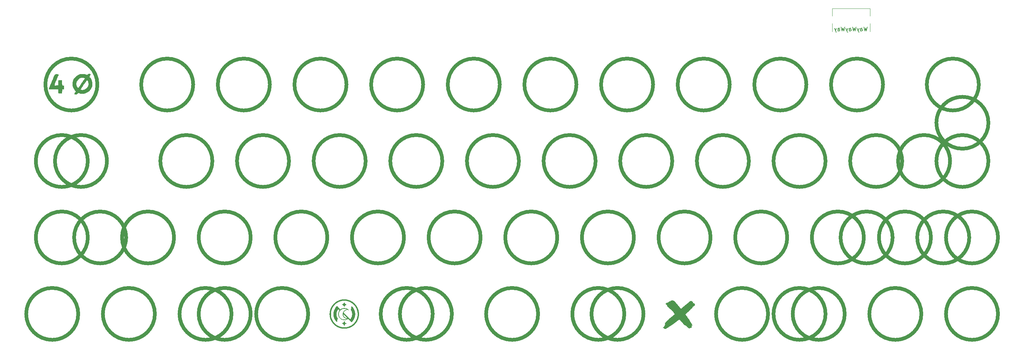
<source format=gbr>
%TF.GenerationSoftware,KiCad,Pcbnew,(7.0.0)*%
%TF.CreationDate,2024-04-06T15:31:58+02:00*%
%TF.ProjectId,forti EC,666f7274-6920-4454-932e-6b696361645f,rev?*%
%TF.SameCoordinates,Original*%
%TF.FileFunction,Legend,Top*%
%TF.FilePolarity,Positive*%
%FSLAX46Y46*%
G04 Gerber Fmt 4.6, Leading zero omitted, Abs format (unit mm)*
G04 Created by KiCad (PCBNEW (7.0.0)) date 2024-04-06 15:31:58*
%MOMM*%
%LPD*%
G01*
G04 APERTURE LIST*
%ADD10C,0.150000*%
%ADD11C,0.900000*%
%ADD12C,0.120000*%
%ADD13C,2.200000*%
%ADD14C,0.650000*%
%ADD15R,0.600000X1.450000*%
%ADD16R,0.280000X1.450000*%
%ADD17O,1.000000X2.100000*%
%ADD18O,1.000000X1.600000*%
%ADD19R,1.700000X1.700000*%
%ADD20O,1.700000X1.700000*%
G04 APERTURE END LIST*
D10*
X238295059Y-26882592D02*
X238056964Y-27882592D01*
X238056964Y-27882592D02*
X237866488Y-27168307D01*
X237866488Y-27168307D02*
X237676012Y-27882592D01*
X237676012Y-27882592D02*
X237437917Y-26882592D01*
X236628393Y-27882592D02*
X236628393Y-27358783D01*
X236628393Y-27358783D02*
X236676012Y-27263545D01*
X236676012Y-27263545D02*
X236771250Y-27215926D01*
X236771250Y-27215926D02*
X236961726Y-27215926D01*
X236961726Y-27215926D02*
X237056964Y-27263545D01*
X236628393Y-27834973D02*
X236723631Y-27882592D01*
X236723631Y-27882592D02*
X236961726Y-27882592D01*
X236961726Y-27882592D02*
X237056964Y-27834973D01*
X237056964Y-27834973D02*
X237104583Y-27739735D01*
X237104583Y-27739735D02*
X237104583Y-27644497D01*
X237104583Y-27644497D02*
X237056964Y-27549259D01*
X237056964Y-27549259D02*
X236961726Y-27501640D01*
X236961726Y-27501640D02*
X236723631Y-27501640D01*
X236723631Y-27501640D02*
X236628393Y-27454021D01*
X236247440Y-27215926D02*
X236009345Y-27882592D01*
X235771250Y-27215926D02*
X236009345Y-27882592D01*
X236009345Y-27882592D02*
X236104583Y-28120688D01*
X236104583Y-28120688D02*
X236152202Y-28168307D01*
X236152202Y-28168307D02*
X236247440Y-28215926D01*
X235485535Y-26882592D02*
X235247440Y-27882592D01*
X235247440Y-27882592D02*
X235056964Y-27168307D01*
X235056964Y-27168307D02*
X234866488Y-27882592D01*
X234866488Y-27882592D02*
X234628393Y-26882592D01*
X233818869Y-27882592D02*
X233818869Y-27358783D01*
X233818869Y-27358783D02*
X233866488Y-27263545D01*
X233866488Y-27263545D02*
X233961726Y-27215926D01*
X233961726Y-27215926D02*
X234152202Y-27215926D01*
X234152202Y-27215926D02*
X234247440Y-27263545D01*
X233818869Y-27834973D02*
X233914107Y-27882592D01*
X233914107Y-27882592D02*
X234152202Y-27882592D01*
X234152202Y-27882592D02*
X234247440Y-27834973D01*
X234247440Y-27834973D02*
X234295059Y-27739735D01*
X234295059Y-27739735D02*
X234295059Y-27644497D01*
X234295059Y-27644497D02*
X234247440Y-27549259D01*
X234247440Y-27549259D02*
X234152202Y-27501640D01*
X234152202Y-27501640D02*
X233914107Y-27501640D01*
X233914107Y-27501640D02*
X233818869Y-27454021D01*
X233437916Y-27215926D02*
X233199821Y-27882592D01*
X232961726Y-27215926D02*
X233199821Y-27882592D01*
X233199821Y-27882592D02*
X233295059Y-28120688D01*
X233295059Y-28120688D02*
X233342678Y-28168307D01*
X233342678Y-28168307D02*
X233437916Y-28215926D01*
X232676011Y-26882592D02*
X232437916Y-27882592D01*
X232437916Y-27882592D02*
X232247440Y-27168307D01*
X232247440Y-27168307D02*
X232056964Y-27882592D01*
X232056964Y-27882592D02*
X231818869Y-26882592D01*
X231009345Y-27882592D02*
X231009345Y-27358783D01*
X231009345Y-27358783D02*
X231056964Y-27263545D01*
X231056964Y-27263545D02*
X231152202Y-27215926D01*
X231152202Y-27215926D02*
X231342678Y-27215926D01*
X231342678Y-27215926D02*
X231437916Y-27263545D01*
X231009345Y-27834973D02*
X231104583Y-27882592D01*
X231104583Y-27882592D02*
X231342678Y-27882592D01*
X231342678Y-27882592D02*
X231437916Y-27834973D01*
X231437916Y-27834973D02*
X231485535Y-27739735D01*
X231485535Y-27739735D02*
X231485535Y-27644497D01*
X231485535Y-27644497D02*
X231437916Y-27549259D01*
X231437916Y-27549259D02*
X231342678Y-27501640D01*
X231342678Y-27501640D02*
X231104583Y-27501640D01*
X231104583Y-27501640D02*
X231009345Y-27454021D01*
X230628392Y-27215926D02*
X230390297Y-27882592D01*
X230152202Y-27215926D02*
X230390297Y-27882592D01*
X230390297Y-27882592D02*
X230485535Y-28120688D01*
X230485535Y-28120688D02*
X230533154Y-28168307D01*
X230533154Y-28168307D02*
X230628392Y-28215926D01*
D11*
%TO.C,SW_EC32*%
X180298250Y-79375000D02*
G75*
G03*
X180298250Y-79375000I-6467000J0D01*
G01*
%TO.C,SW_EC13*%
X44563200Y-60325000D02*
G75*
G03*
X44563200Y-60325000I-6467000J0D01*
G01*
X49329500Y-60325000D02*
G75*
G03*
X49329500Y-60325000I-6467000J0D01*
G01*
%TO.C,SW_EC23*%
X246973250Y-60325000D02*
G75*
G03*
X246973250Y-60325000I-6467000J0D01*
G01*
%TO.C,SW_EC40*%
X99335750Y-98425000D02*
G75*
G03*
X99335750Y-98425000I-6467000J0D01*
G01*
D12*
%TO.C,J2*%
X238969115Y-28093750D02*
X238969115Y-26093750D01*
X238969115Y-24193750D02*
X238969115Y-22293750D01*
X238969115Y-22293750D02*
X229569115Y-22293750D01*
X229569115Y-28093750D02*
X229569115Y-26093750D01*
X229569115Y-24193750D02*
X229569115Y-22293750D01*
D11*
%TO.C,SW_EC27*%
X85048250Y-79375000D02*
G75*
G03*
X85048250Y-79375000I-6467000J0D01*
G01*
%TO.C,SW_EC48*%
X268404500Y-50800000D02*
G75*
G03*
X268404500Y-50800000I-6467000J0D01*
G01*
%TO.C,SW_EC41*%
X130288200Y-98425000D02*
G75*
G03*
X130288200Y-98425000I-6467000J0D01*
G01*
X135054500Y-98425000D02*
G75*
G03*
X135054500Y-98425000I-6467000J0D01*
G01*
%TO.C,SW_EC4*%
X108860750Y-41275000D02*
G75*
G03*
X108860750Y-41275000I-6467000J0D01*
G01*
%TO.C,SW_EC47*%
X270785750Y-98425000D02*
G75*
G03*
X270785750Y-98425000I-6467000J0D01*
G01*
%TO.C,SW_EC36*%
X263642000Y-79375000D02*
G75*
G03*
X263642000Y-79375000I-6467000J0D01*
G01*
X270784954Y-79375000D02*
G75*
G03*
X270784954Y-79375000I-6467000J0D01*
G01*
%TO.C,SW_EC18*%
X151723250Y-60325000D02*
G75*
G03*
X151723250Y-60325000I-6467000J0D01*
G01*
%TO.C,SW_EC12*%
X266023250Y-41275000D02*
G75*
G03*
X266023250Y-41275000I-6467000J0D01*
G01*
%TO.C,SW_EC25*%
X44567000Y-79375000D02*
G75*
G03*
X44567000Y-79375000I-6467000J0D01*
G01*
%TO.C,SW_EC17*%
X132673250Y-60325000D02*
G75*
G03*
X132673250Y-60325000I-6467000J0D01*
G01*
%TO.C,SW_EC2*%
X70760750Y-41275000D02*
G75*
G03*
X70760750Y-41275000I-6467000J0D01*
G01*
%TO.C,SW_EC44*%
X213635750Y-98425000D02*
G75*
G03*
X213635750Y-98425000I-6467000J0D01*
G01*
%TO.C,SW_EC50*%
X54092000Y-79375000D02*
G75*
G03*
X54092000Y-79375000I-6467000J0D01*
G01*
%TO.C,SW_EC39*%
X85052050Y-98425000D02*
G75*
G03*
X85052050Y-98425000I-6467000J0D01*
G01*
X80285750Y-98425000D02*
G75*
G03*
X80285750Y-98425000I-6467000J0D01*
G01*
%TO.C,SW_EC5*%
X127910750Y-41275000D02*
G75*
G03*
X127910750Y-41275000I-6467000J0D01*
G01*
%TO.C,SW_EC10*%
X223160750Y-41275000D02*
G75*
G03*
X223160750Y-41275000I-6467000J0D01*
G01*
%TO.C,SW_EC30*%
X142198250Y-79375000D02*
G75*
G03*
X142198250Y-79375000I-6467000J0D01*
G01*
%TO.C,SW_EC11*%
X242210750Y-41275000D02*
G75*
G03*
X242210750Y-41275000I-6467000J0D01*
G01*
%TO.C,SW_EC31*%
X161248250Y-79375000D02*
G75*
G03*
X161248250Y-79375000I-6467000J0D01*
G01*
%TO.C,SW_EC29*%
X123148250Y-79375000D02*
G75*
G03*
X123148250Y-79375000I-6467000J0D01*
G01*
%TO.C,SW_EC28*%
X104098250Y-79375000D02*
G75*
G03*
X104098250Y-79375000I-6467000J0D01*
G01*
%TO.C,SW_EC26*%
X65998250Y-79375000D02*
G75*
G03*
X65998250Y-79375000I-6467000J0D01*
G01*
%TO.C,SW_EC9*%
X204110750Y-41275000D02*
G75*
G03*
X204110750Y-41275000I-6467000J0D01*
G01*
%TO.C,SW_EC33*%
X199348250Y-79375000D02*
G75*
G03*
X199348250Y-79375000I-6467000J0D01*
G01*
%TO.C,SW_EC49*%
X258879500Y-60325000D02*
G75*
G03*
X258879500Y-60325000I-6467000J0D01*
G01*
%TO.C,SW_EC6*%
X146960750Y-41275000D02*
G75*
G03*
X146960750Y-41275000I-6467000J0D01*
G01*
%TO.C,SW_EC14*%
X75523250Y-60325000D02*
G75*
G03*
X75523250Y-60325000I-6467000J0D01*
G01*
%TO.C,SW_EC42*%
X156485750Y-98425000D02*
G75*
G03*
X156485750Y-98425000I-6467000J0D01*
G01*
%TO.C,G\u002A\u002A\u002A*%
G36*
X37019304Y-38712599D02*
G01*
X37148515Y-38718578D01*
X37234899Y-38731534D01*
X37286836Y-38753915D01*
X37312706Y-38788169D01*
X37320891Y-38836745D01*
X37321156Y-38852014D01*
X37309615Y-38893000D01*
X37276573Y-38982809D01*
X37224410Y-39115632D01*
X37155499Y-39285658D01*
X37072219Y-39487075D01*
X36976945Y-39714072D01*
X36872055Y-39960839D01*
X36781202Y-40172318D01*
X36667905Y-40436660D01*
X36564070Y-40682538D01*
X36471857Y-40904591D01*
X36393425Y-41097460D01*
X36330933Y-41255783D01*
X36286539Y-41374201D01*
X36262404Y-41447354D01*
X36258845Y-41469163D01*
X36273267Y-41486614D01*
X36306599Y-41498649D01*
X36367397Y-41505928D01*
X36464219Y-41509112D01*
X36605624Y-41508860D01*
X36746627Y-41506805D01*
X37216814Y-41498592D01*
X37224900Y-40889732D01*
X37229596Y-40659132D01*
X37236817Y-40475231D01*
X37246339Y-40341611D01*
X37257935Y-40261854D01*
X37265816Y-40241317D01*
X37308460Y-40224639D01*
X37396325Y-40212100D01*
X37515964Y-40203735D01*
X37653926Y-40199580D01*
X37796764Y-40199669D01*
X37931027Y-40204037D01*
X38043268Y-40212719D01*
X38120037Y-40225750D01*
X38146686Y-40239026D01*
X38154678Y-40279011D01*
X38163040Y-40369069D01*
X38171197Y-40499655D01*
X38178575Y-40661224D01*
X38184599Y-40844234D01*
X38185710Y-40887441D01*
X38200616Y-41498592D01*
X38402967Y-41513498D01*
X38539293Y-41530706D01*
X38617566Y-41557905D01*
X38633555Y-41573122D01*
X38644387Y-41618941D01*
X38653296Y-41711211D01*
X38659393Y-41836768D01*
X38661786Y-41982450D01*
X38661793Y-41990493D01*
X38659621Y-42136875D01*
X38653698Y-42263831D01*
X38644916Y-42358199D01*
X38634164Y-42406814D01*
X38633555Y-42407864D01*
X38581186Y-42439448D01*
X38470530Y-42461101D01*
X38402967Y-42467488D01*
X38200616Y-42482394D01*
X38192358Y-42942399D01*
X38186978Y-43126029D01*
X38178389Y-43274934D01*
X38167227Y-43381318D01*
X38154134Y-43437387D01*
X38151442Y-43441754D01*
X38119185Y-43458931D01*
X38051010Y-43470764D01*
X37939873Y-43477877D01*
X37778728Y-43480897D01*
X37708715Y-43481103D01*
X37528270Y-43479376D01*
X37400316Y-43473776D01*
X37317807Y-43463678D01*
X37273697Y-43448456D01*
X37265988Y-43441754D01*
X37252595Y-43396276D01*
X37241012Y-43298980D01*
X37231877Y-43157662D01*
X37225829Y-42980117D01*
X37225072Y-42942399D01*
X37216814Y-42482394D01*
X36085895Y-42474578D01*
X35792797Y-42472318D01*
X35553588Y-42469807D01*
X35362529Y-42466770D01*
X35213886Y-42462932D01*
X35101921Y-42458018D01*
X35020897Y-42451753D01*
X34965079Y-42443861D01*
X34928730Y-42434069D01*
X34906113Y-42422101D01*
X34900860Y-42417786D01*
X34858714Y-42366009D01*
X34846743Y-42332405D01*
X34858158Y-42295355D01*
X34890090Y-42212217D01*
X34939067Y-42091488D01*
X35001622Y-41941666D01*
X35074283Y-41771250D01*
X35103537Y-41703516D01*
X35174905Y-41538797D01*
X35265423Y-41329789D01*
X35370573Y-41086928D01*
X35485837Y-40820651D01*
X35606699Y-40541394D01*
X35728640Y-40259594D01*
X35847143Y-39985687D01*
X35850395Y-39978169D01*
X35957278Y-39731902D01*
X36058232Y-39500846D01*
X36150516Y-39291161D01*
X36231388Y-39109008D01*
X36298106Y-38960549D01*
X36347931Y-38851944D01*
X36378119Y-38789355D01*
X36384312Y-38778228D01*
X36404776Y-38751456D01*
X36431969Y-38732950D01*
X36476199Y-38721188D01*
X36547776Y-38714649D01*
X36657008Y-38711811D01*
X36814204Y-38711155D01*
X36838886Y-38711150D01*
X37019304Y-38712599D01*
G37*
G36*
X40778048Y-41003315D02*
G01*
X41739404Y-41003315D01*
X41745959Y-41281394D01*
X41780486Y-41463154D01*
X41826885Y-41608996D01*
X41887966Y-41754187D01*
X41957341Y-41887766D01*
X42028622Y-41998774D01*
X42095423Y-42076250D01*
X42151355Y-42109235D01*
X42157278Y-42109684D01*
X42198879Y-42085095D01*
X42262591Y-42016623D01*
X42341211Y-41912306D01*
X42364290Y-41878697D01*
X42417522Y-41800388D01*
X42499700Y-41680353D01*
X42605809Y-41525878D01*
X42730836Y-41344245D01*
X42869768Y-41142739D01*
X43017590Y-40928644D01*
X43158486Y-40724859D01*
X43302822Y-40515794D01*
X43436522Y-40321277D01*
X43555753Y-40146950D01*
X43656682Y-39998456D01*
X43735474Y-39881437D01*
X43788296Y-39801536D01*
X43811313Y-39764396D01*
X43811828Y-39763253D01*
X43799377Y-39723820D01*
X43737974Y-39687743D01*
X43638265Y-39656599D01*
X43510896Y-39631964D01*
X43366513Y-39615417D01*
X43215762Y-39608534D01*
X43069288Y-39612892D01*
X42937739Y-39630070D01*
X42927386Y-39632214D01*
X42655034Y-39719241D01*
X42409857Y-39853785D01*
X42196079Y-40029105D01*
X42017921Y-40238459D01*
X41879608Y-40475106D01*
X41785362Y-40732305D01*
X41739404Y-41003315D01*
X40778048Y-41003315D01*
X40784699Y-40817938D01*
X40848178Y-40473263D01*
X40857314Y-40440258D01*
X40976324Y-40118153D01*
X41142241Y-39809075D01*
X41347216Y-39523531D01*
X41583401Y-39272030D01*
X41842945Y-39065080D01*
X41922411Y-39014325D01*
X42278907Y-38830692D01*
X42641401Y-38705654D01*
X43008111Y-38639412D01*
X43377254Y-38632167D01*
X43747050Y-38684119D01*
X44057852Y-38774000D01*
X44207165Y-38827109D01*
X44310658Y-38861109D01*
X44378743Y-38876724D01*
X44421830Y-38874677D01*
X44450329Y-38855692D01*
X44474650Y-38820492D01*
X44484584Y-38803656D01*
X44535050Y-38723564D01*
X44582798Y-38671233D01*
X44641894Y-38640777D01*
X44726405Y-38626310D01*
X44850395Y-38621948D01*
X44919436Y-38621714D01*
X45090843Y-38627543D01*
X45206798Y-38648499D01*
X45269931Y-38689783D01*
X45282872Y-38756597D01*
X45248251Y-38854142D01*
X45168699Y-38987619D01*
X45131954Y-39042008D01*
X45064843Y-39143701D01*
X45013412Y-39229769D01*
X44985614Y-39286552D01*
X44982893Y-39298040D01*
X45001080Y-39337167D01*
X45049793Y-39408724D01*
X45120262Y-39500299D01*
X45159658Y-39548219D01*
X45338986Y-39797490D01*
X45493625Y-40083166D01*
X45612407Y-40383583D01*
X45642571Y-40484977D01*
X45686764Y-40710090D01*
X45709590Y-40966682D01*
X45711034Y-41233596D01*
X45691083Y-41489675D01*
X45649722Y-41713763D01*
X45643434Y-41737089D01*
X45513246Y-42097789D01*
X45337038Y-42425703D01*
X45119733Y-42718199D01*
X44866256Y-42972641D01*
X44581531Y-43186395D01*
X44270480Y-43356828D01*
X43938029Y-43481305D01*
X43589100Y-43557192D01*
X43228618Y-43581855D01*
X42861506Y-43552660D01*
X42492689Y-43466972D01*
X42441087Y-43450280D01*
X42325080Y-43411821D01*
X42232271Y-43381816D01*
X42175791Y-43364474D01*
X42165055Y-43361855D01*
X42143659Y-43384606D01*
X42098661Y-43444512D01*
X42039429Y-43529048D01*
X42034023Y-43536991D01*
X41968039Y-43627029D01*
X41908212Y-43696416D01*
X41867228Y-43730479D01*
X41866507Y-43730770D01*
X41815225Y-43739436D01*
X41721973Y-43745957D01*
X41604394Y-43749230D01*
X41569087Y-43749413D01*
X41430909Y-43746011D01*
X41340550Y-43734592D01*
X41286529Y-43713336D01*
X41273403Y-43702565D01*
X41237788Y-43649683D01*
X41232510Y-43585254D01*
X41260124Y-43500805D01*
X41323186Y-43387864D01*
X41405429Y-43264766D01*
X41479428Y-43156329D01*
X41538510Y-43065228D01*
X41575457Y-43002872D01*
X41584302Y-42982019D01*
X41564477Y-42946789D01*
X41514793Y-42890149D01*
X41492480Y-42868078D01*
X41392642Y-42759473D01*
X41280177Y-42616013D01*
X41186652Y-42482394D01*
X42794081Y-42482394D01*
X42819602Y-42531425D01*
X42893469Y-42569793D01*
X43005161Y-42596316D01*
X43144159Y-42609810D01*
X43299941Y-42609094D01*
X43461989Y-42592983D01*
X43578945Y-42570645D01*
X43861470Y-42474612D01*
X44114045Y-42328974D01*
X44331917Y-42138164D01*
X44510331Y-41906616D01*
X44644534Y-41638764D01*
X44677329Y-41546220D01*
X44731933Y-41289578D01*
X44740379Y-41017821D01*
X44703356Y-40750724D01*
X44642779Y-40556914D01*
X44582005Y-40425761D01*
X44516073Y-40313739D01*
X44452058Y-40230302D01*
X44397036Y-40184904D01*
X44362996Y-40183048D01*
X44335555Y-40213642D01*
X44281002Y-40285135D01*
X44205559Y-40388994D01*
X44115450Y-40516683D01*
X44038664Y-40627808D01*
X43939285Y-40772548D01*
X43814484Y-40953736D01*
X43672889Y-41158875D01*
X43523133Y-41375469D01*
X43373846Y-41591023D01*
X43272517Y-41737089D01*
X43148374Y-41917847D01*
X43036128Y-42085018D01*
X42940190Y-42231731D01*
X42864974Y-42351112D01*
X42814888Y-42436291D01*
X42794346Y-42480395D01*
X42794081Y-42482394D01*
X41186652Y-42482394D01*
X41168508Y-42456472D01*
X41071059Y-42299629D01*
X41024198Y-42213034D01*
X40892790Y-41888126D01*
X40808245Y-41538533D01*
X40771802Y-41177416D01*
X40778048Y-41003315D01*
G37*
%TO.C,SW_EC34*%
X218398250Y-79375000D02*
G75*
G03*
X218398250Y-79375000I-6467000J0D01*
G01*
%TO.C,SW_EC8*%
X185060750Y-41275000D02*
G75*
G03*
X185060750Y-41275000I-6467000J0D01*
G01*
%TO.C,SW_EC20*%
X189823250Y-60325000D02*
G75*
G03*
X189823250Y-60325000I-6467000J0D01*
G01*
%TO.C,SW_EC22*%
X227923250Y-60325000D02*
G75*
G03*
X227923250Y-60325000I-6467000J0D01*
G01*
%TO.C,SW_EC46*%
X251735750Y-98425000D02*
G75*
G03*
X251735750Y-98425000I-6467000J0D01*
G01*
%TO.C,SW_EC3*%
X89810750Y-41275000D02*
G75*
G03*
X89810750Y-41275000I-6467000J0D01*
G01*
%TO.C,SW_EC38*%
X61235750Y-98425000D02*
G75*
G03*
X61235750Y-98425000I-6467000J0D01*
G01*
%TO.C,SW_EC1*%
X46948250Y-41275000D02*
G75*
G03*
X46948250Y-41275000I-6467000J0D01*
G01*
%TO.C,SW_EC24*%
X268404500Y-60325000D02*
G75*
G03*
X268404500Y-60325000I-6467000J0D01*
G01*
%TO.C,SW_EC7*%
X166010750Y-41275000D02*
G75*
G03*
X166010750Y-41275000I-6467000J0D01*
G01*
%TO.C,G\u002A\u002A\u002A*%
G36*
X189960377Y-94997108D02*
G01*
X189996313Y-95018838D01*
X190046499Y-95056530D01*
X190106241Y-95106165D01*
X190170846Y-95163721D01*
X190235622Y-95225178D01*
X190295875Y-95286515D01*
X190338851Y-95334177D01*
X190380141Y-95380053D01*
X190414213Y-95413661D01*
X190434435Y-95428526D01*
X190435701Y-95428744D01*
X190451447Y-95418215D01*
X190446185Y-95392076D01*
X190422769Y-95358497D01*
X190405255Y-95341564D01*
X190359961Y-95297796D01*
X190320857Y-95251239D01*
X190292826Y-95208957D01*
X190280754Y-95178013D01*
X190284441Y-95166865D01*
X190307431Y-95170773D01*
X190344846Y-95195807D01*
X190390174Y-95236702D01*
X190436904Y-95288192D01*
X190441624Y-95293996D01*
X190467999Y-95324443D01*
X190510718Y-95371269D01*
X190562639Y-95426703D01*
X190591575Y-95457053D01*
X190639600Y-95509608D01*
X190675812Y-95554118D01*
X190695651Y-95584679D01*
X190697584Y-95594299D01*
X190701735Y-95615495D01*
X190724219Y-95649074D01*
X190735641Y-95662120D01*
X190771411Y-95701536D01*
X190818598Y-95754995D01*
X190866114Y-95809910D01*
X190918820Y-95870213D01*
X190982284Y-95940932D01*
X191043983Y-96008137D01*
X191052228Y-96016963D01*
X191109066Y-96078734D01*
X191166142Y-96142555D01*
X191212853Y-96196536D01*
X191220663Y-96205882D01*
X191253115Y-96244515D01*
X191302549Y-96302645D01*
X191363875Y-96374318D01*
X191432003Y-96453583D01*
X191487450Y-96517844D01*
X191567592Y-96611294D01*
X191654510Y-96713872D01*
X191739939Y-96815751D01*
X191815617Y-96907102D01*
X191847607Y-96946237D01*
X192005643Y-97140800D01*
X192128773Y-97020826D01*
X192185551Y-96967603D01*
X192238134Y-96922017D01*
X192279060Y-96890362D01*
X192294974Y-96880647D01*
X192343844Y-96857800D01*
X192378007Y-96841901D01*
X192411408Y-96815652D01*
X192445618Y-96772978D01*
X192454156Y-96758973D01*
X192493124Y-96709184D01*
X192554762Y-96653600D01*
X192603684Y-96617635D01*
X192681923Y-96564354D01*
X192736620Y-96526531D01*
X192772209Y-96500860D01*
X192793125Y-96484032D01*
X192803801Y-96472742D01*
X192808070Y-96465190D01*
X192826026Y-96441730D01*
X192864033Y-96402902D01*
X192915796Y-96354329D01*
X192975023Y-96301638D01*
X193035418Y-96250455D01*
X193090688Y-96206403D01*
X193127373Y-96179815D01*
X193180910Y-96140707D01*
X193227082Y-96101632D01*
X193250711Y-96077084D01*
X193279761Y-96047627D01*
X193303774Y-96035113D01*
X193304052Y-96035110D01*
X193328711Y-96022711D01*
X193348656Y-96001423D01*
X193372957Y-95975496D01*
X193388389Y-95967736D01*
X193408367Y-95957401D01*
X193444659Y-95930549D01*
X193481521Y-95899772D01*
X193539934Y-95849038D01*
X193605628Y-95792516D01*
X193642776Y-95760813D01*
X193699883Y-95711125D01*
X193757932Y-95658784D01*
X193790083Y-95628710D01*
X193841437Y-95581912D01*
X193895322Y-95536388D01*
X193913332Y-95522206D01*
X193957628Y-95486486D01*
X193994607Y-95453467D01*
X194001834Y-95446209D01*
X194055431Y-95396822D01*
X194124069Y-95343879D01*
X194200702Y-95291703D01*
X194278287Y-95244620D01*
X194349778Y-95206954D01*
X194408130Y-95183029D01*
X194440891Y-95176691D01*
X194492149Y-95182180D01*
X194559372Y-95195389D01*
X194628808Y-95212989D01*
X194686706Y-95231650D01*
X194709919Y-95241827D01*
X194738370Y-95268212D01*
X194746667Y-95291742D01*
X194761590Y-95323704D01*
X194798702Y-95348131D01*
X194846520Y-95358465D01*
X194862188Y-95357726D01*
X194903950Y-95367224D01*
X194921141Y-95386441D01*
X194945969Y-95425865D01*
X194969843Y-95460298D01*
X194996340Y-95520592D01*
X194989584Y-95581008D01*
X194955023Y-95633149D01*
X194922867Y-95676641D01*
X194921293Y-95706446D01*
X194949504Y-95720962D01*
X194998232Y-95719830D01*
X195043259Y-95717490D01*
X195065585Y-95724293D01*
X195066694Y-95727491D01*
X195081557Y-95740314D01*
X195118417Y-95751013D01*
X195129857Y-95752830D01*
X195219035Y-95774635D01*
X195289236Y-95811680D01*
X195334580Y-95860436D01*
X195344125Y-95881463D01*
X195371162Y-95933554D01*
X195408665Y-95977574D01*
X195437515Y-96004789D01*
X195445034Y-96026931D01*
X195433990Y-96059094D01*
X195426519Y-96074948D01*
X195411778Y-96119209D01*
X195409581Y-96156764D01*
X195418975Y-96178966D01*
X195437869Y-96177897D01*
X195463998Y-96178222D01*
X195490719Y-96198394D01*
X195504482Y-96227685D01*
X195504625Y-96230757D01*
X195491346Y-96249119D01*
X195455485Y-96280484D01*
X195403006Y-96319966D01*
X195358078Y-96350810D01*
X195289638Y-96399285D01*
X195232630Y-96445702D01*
X195194133Y-96484064D01*
X195184139Y-96498165D01*
X195150739Y-96539418D01*
X195103775Y-96576099D01*
X195094877Y-96581136D01*
X195056331Y-96604993D01*
X195034704Y-96625285D01*
X195033007Y-96629951D01*
X195018592Y-96655803D01*
X194984109Y-96678971D01*
X194942694Y-96691108D01*
X194936156Y-96691470D01*
X194907375Y-96699730D01*
X194898380Y-96729414D01*
X194898259Y-96736102D01*
X194884339Y-96783129D01*
X194843328Y-96846832D01*
X194776346Y-96925479D01*
X194774168Y-96927815D01*
X194742482Y-96959630D01*
X194695408Y-97004359D01*
X194638510Y-97056999D01*
X194577348Y-97112549D01*
X194517485Y-97166006D01*
X194464484Y-97212369D01*
X194423906Y-97246635D01*
X194401315Y-97263802D01*
X194399543Y-97264707D01*
X194378417Y-97282921D01*
X194348486Y-97320429D01*
X194328819Y-97349504D01*
X194296253Y-97392247D01*
X194245584Y-97448838D01*
X194184311Y-97511232D01*
X194132581Y-97560025D01*
X194063229Y-97624055D01*
X193992990Y-97690725D01*
X193931483Y-97750817D01*
X193898309Y-97784520D01*
X193836709Y-97844676D01*
X193765247Y-97908444D01*
X193712320Y-97951792D01*
X193647799Y-98004552D01*
X193580253Y-98064572D01*
X193515933Y-98125765D01*
X193461087Y-98182044D01*
X193421965Y-98227322D01*
X193407609Y-98248576D01*
X193382673Y-98276902D01*
X193340997Y-98308132D01*
X193326538Y-98316759D01*
X193279763Y-98348072D01*
X193223428Y-98393031D01*
X193179179Y-98433004D01*
X193138981Y-98472925D01*
X193116018Y-98503663D01*
X193110851Y-98532757D01*
X193124046Y-98567744D01*
X193156165Y-98616163D01*
X193196974Y-98671118D01*
X193221991Y-98704840D01*
X193253511Y-98747948D01*
X193293516Y-98803200D01*
X193343989Y-98873354D01*
X193406910Y-98961168D01*
X193484262Y-99069400D01*
X193578025Y-99200808D01*
X193638143Y-99285131D01*
X193705553Y-99378895D01*
X193772464Y-99470510D01*
X193835107Y-99554941D01*
X193889711Y-99627153D01*
X193932506Y-99682111D01*
X193959722Y-99714779D01*
X193960307Y-99715415D01*
X193985500Y-99746675D01*
X194020261Y-99794942D01*
X194059905Y-99853041D01*
X194099746Y-99913800D01*
X194135099Y-99970045D01*
X194161279Y-100014603D01*
X194173599Y-100040301D01*
X194173988Y-100042558D01*
X194182479Y-100073757D01*
X194205574Y-100126967D01*
X194239703Y-100195833D01*
X194281298Y-100274002D01*
X194326790Y-100355119D01*
X194372610Y-100432830D01*
X194415190Y-100500780D01*
X194450961Y-100552614D01*
X194476354Y-100581979D01*
X194477429Y-100582855D01*
X194496515Y-100605220D01*
X194527271Y-100648790D01*
X194564582Y-100705565D01*
X194603334Y-100767542D01*
X194638411Y-100826718D01*
X194664699Y-100875093D01*
X194666356Y-100878433D01*
X194718357Y-100979221D01*
X194770519Y-101071253D01*
X194813351Y-101138691D01*
X194861783Y-101218910D01*
X194884473Y-101281420D01*
X194880928Y-101324852D01*
X194880440Y-101325791D01*
X194860958Y-101351487D01*
X194838323Y-101352767D01*
X194806092Y-101328326D01*
X194784699Y-101306411D01*
X194736806Y-101255166D01*
X194737526Y-101301737D01*
X194730475Y-101341972D01*
X194708973Y-101353270D01*
X194675037Y-101336082D01*
X194630682Y-101290860D01*
X194618044Y-101275022D01*
X194582395Y-101231100D01*
X194554044Y-101200323D01*
X194540334Y-101189938D01*
X194527907Y-101200099D01*
X194537236Y-101230402D01*
X194566915Y-101276532D01*
X194569810Y-101280363D01*
X194596386Y-101318515D01*
X194611211Y-101346207D01*
X194612294Y-101350824D01*
X194622078Y-101373698D01*
X194645137Y-101407586D01*
X194645606Y-101408187D01*
X194667118Y-101448365D01*
X194677834Y-101493619D01*
X194677101Y-101533393D01*
X194664261Y-101557130D01*
X194655022Y-101559778D01*
X194626219Y-101569671D01*
X194622650Y-101600151D01*
X194638960Y-101642495D01*
X194656318Y-101698034D01*
X194655602Y-101766404D01*
X194654138Y-101777941D01*
X194639351Y-101838307D01*
X194616160Y-101883039D01*
X194588952Y-101906607D01*
X194562113Y-101903481D01*
X194557622Y-101899619D01*
X194519374Y-101880863D01*
X194478554Y-101894415D01*
X194466968Y-101904445D01*
X194441588Y-101919978D01*
X194408727Y-101913559D01*
X194398952Y-101909323D01*
X194363868Y-101898218D01*
X194342101Y-101908028D01*
X194336367Y-101914843D01*
X194311545Y-101940138D01*
X194271710Y-101974004D01*
X194254126Y-101987661D01*
X194207537Y-102017828D01*
X194168575Y-102027767D01*
X194133324Y-102024357D01*
X194089781Y-102021393D01*
X194065353Y-102030112D01*
X194064825Y-102030879D01*
X194037460Y-102046172D01*
X193992058Y-102035234D01*
X193930324Y-101999128D01*
X193853964Y-101938917D01*
X193764686Y-101855664D01*
X193734381Y-101825063D01*
X193675670Y-101769267D01*
X193631165Y-101738077D01*
X193596173Y-101728215D01*
X193595661Y-101728213D01*
X193561240Y-101719813D01*
X193528832Y-101690337D01*
X193504855Y-101656628D01*
X193476419Y-101613892D01*
X193455214Y-101584073D01*
X193448985Y-101576622D01*
X193433970Y-101559118D01*
X193406830Y-101524476D01*
X193392032Y-101504965D01*
X193354548Y-101464770D01*
X193299194Y-101416738D01*
X193237006Y-101370331D01*
X193227759Y-101364088D01*
X193163699Y-101323743D01*
X193118189Y-101301488D01*
X193083628Y-101294179D01*
X193063148Y-101296011D01*
X193027958Y-101296778D01*
X192989507Y-101281699D01*
X192937995Y-101246800D01*
X192933549Y-101243438D01*
X192815773Y-101141482D01*
X192691149Y-101009887D01*
X192575923Y-100869194D01*
X192531388Y-100814094D01*
X192477988Y-100752043D01*
X192420558Y-100688173D01*
X192363932Y-100627619D01*
X192312946Y-100575512D01*
X192272433Y-100536987D01*
X192247229Y-100517176D01*
X192242911Y-100515614D01*
X192223252Y-100503560D01*
X192189217Y-100471868D01*
X192147688Y-100427030D01*
X192141850Y-100420286D01*
X192099644Y-100371318D01*
X192064686Y-100331115D01*
X192043954Y-100307697D01*
X192042937Y-100306593D01*
X192023747Y-100284258D01*
X191991183Y-100244835D01*
X191958720Y-100204819D01*
X191914334Y-100152199D01*
X191857133Y-100087824D01*
X191797998Y-100023884D01*
X191785841Y-100011119D01*
X191733094Y-99954333D01*
X191685122Y-99899600D01*
X191650055Y-99856296D01*
X191642671Y-99846067D01*
X191617027Y-99811347D01*
X191599373Y-99792517D01*
X191596932Y-99791403D01*
X191580499Y-99801791D01*
X191549652Y-99827797D01*
X191537980Y-99838471D01*
X191502025Y-99869383D01*
X191447901Y-99912854D01*
X191384702Y-99961659D01*
X191352702Y-99985685D01*
X191294821Y-100028984D01*
X191247577Y-100064885D01*
X191217213Y-100088612D01*
X191209532Y-100095194D01*
X191178828Y-100118558D01*
X191129817Y-100146050D01*
X191076037Y-100170813D01*
X191031027Y-100185993D01*
X191029601Y-100186304D01*
X190974332Y-100213809D01*
X190914105Y-100274186D01*
X190912184Y-100276550D01*
X190825261Y-100374053D01*
X190745452Y-100442087D01*
X190692268Y-100473585D01*
X190646360Y-100499604D01*
X190591404Y-100536040D01*
X190565942Y-100554681D01*
X190519292Y-100588208D01*
X190479372Y-100613419D01*
X190463825Y-100621203D01*
X190432303Y-100646057D01*
X190422659Y-100662480D01*
X190402070Y-100698934D01*
X190375501Y-100726813D01*
X190358576Y-100734446D01*
X190341624Y-100744955D01*
X190306724Y-100772815D01*
X190260683Y-100812528D01*
X190249107Y-100822875D01*
X190188612Y-100873100D01*
X190124300Y-100919938D01*
X190070043Y-100953291D01*
X190069810Y-100953412D01*
X190017713Y-100983070D01*
X189974522Y-101012100D01*
X189959111Y-101024997D01*
X189926831Y-101047980D01*
X189905116Y-101054473D01*
X189876613Y-101067001D01*
X189858796Y-101085249D01*
X189831645Y-101111516D01*
X189784727Y-101146958D01*
X189728044Y-101184981D01*
X189671599Y-101218994D01*
X189625395Y-101242405D01*
X189613615Y-101246835D01*
X189580660Y-101264588D01*
X189537098Y-101296919D01*
X189515502Y-101315624D01*
X189461615Y-101358362D01*
X189402147Y-101396247D01*
X189383621Y-101405827D01*
X189326554Y-101437504D01*
X189266007Y-101477933D01*
X189247264Y-101492199D01*
X189196403Y-101529609D01*
X189146489Y-101561406D01*
X189129359Y-101570625D01*
X189045891Y-101613594D01*
X188983828Y-101650290D01*
X188947712Y-101677981D01*
X188944081Y-101682096D01*
X188923553Y-101699600D01*
X188883699Y-101727892D01*
X188832855Y-101761648D01*
X188779355Y-101795542D01*
X188731536Y-101824251D01*
X188697734Y-101842447D01*
X188687330Y-101846118D01*
X188668687Y-101856471D01*
X188641053Y-101879658D01*
X188608273Y-101905098D01*
X188554538Y-101941192D01*
X188487118Y-101983626D01*
X188413287Y-102028088D01*
X188340315Y-102070265D01*
X188275476Y-102105843D01*
X188226039Y-102130509D01*
X188203346Y-102139279D01*
X188150515Y-102148529D01*
X188083901Y-102154746D01*
X188013704Y-102157662D01*
X187950122Y-102157008D01*
X187903354Y-102152515D01*
X187887151Y-102147613D01*
X187863417Y-102114910D01*
X187857675Y-102070562D01*
X187855763Y-102030961D01*
X187843981Y-102016653D01*
X187813256Y-102019256D01*
X187804108Y-102021055D01*
X187755211Y-102022211D01*
X187705430Y-102001593D01*
X187690414Y-101992171D01*
X187639425Y-101959125D01*
X187591144Y-101928643D01*
X187583968Y-101924222D01*
X187548180Y-101886349D01*
X187541242Y-101837214D01*
X187561828Y-101780537D01*
X187608615Y-101720036D01*
X187677598Y-101661343D01*
X187748251Y-101594095D01*
X187780262Y-101537054D01*
X187805148Y-101488755D01*
X187844708Y-101428800D01*
X187890472Y-101370005D01*
X187891396Y-101368925D01*
X187931355Y-101321587D01*
X187961046Y-101285043D01*
X187975112Y-101265923D01*
X187975580Y-101264750D01*
X187970284Y-101246354D01*
X187959988Y-101217779D01*
X187954183Y-101190371D01*
X187963544Y-101164291D01*
X187992608Y-101130060D01*
X188010518Y-101112203D01*
X188047133Y-101074188D01*
X188071145Y-101044921D01*
X188076641Y-101034211D01*
X188065889Y-101013564D01*
X188043663Y-100987809D01*
X188023602Y-100960403D01*
X188016850Y-100924913D01*
X188020474Y-100872181D01*
X188023210Y-100813012D01*
X188014763Y-100780930D01*
X188011343Y-100777839D01*
X187992899Y-100751583D01*
X188003970Y-100713207D01*
X188044939Y-100661975D01*
X188096483Y-100613835D01*
X188153106Y-100564879D01*
X188206588Y-100518604D01*
X188246476Y-100484054D01*
X188250338Y-100480705D01*
X188281699Y-100449864D01*
X188289888Y-100426468D01*
X188280141Y-100400153D01*
X188270770Y-100374291D01*
X188278099Y-100350720D01*
X188306346Y-100319001D01*
X188317143Y-100308603D01*
X188403155Y-100229276D01*
X188485944Y-100157453D01*
X188559932Y-100097707D01*
X188619539Y-100054608D01*
X188647427Y-100037944D01*
X188725397Y-99995452D01*
X188776495Y-99960423D01*
X188805424Y-99928576D01*
X188816885Y-99895629D01*
X188817640Y-99882943D01*
X188830654Y-99831460D01*
X188872114Y-99778823D01*
X188873298Y-99777671D01*
X188910225Y-99745332D01*
X188939031Y-99726130D01*
X188946483Y-99723836D01*
X188969969Y-99712460D01*
X188994611Y-99690149D01*
X189024894Y-99664845D01*
X189046706Y-99656462D01*
X189067804Y-99643727D01*
X189099194Y-99610943D01*
X189122746Y-99580667D01*
X189154456Y-99539007D01*
X189178845Y-99511477D01*
X189187991Y-99504871D01*
X189207296Y-99494762D01*
X189231455Y-99475341D01*
X189290784Y-99423810D01*
X189366359Y-99361186D01*
X189449165Y-99294652D01*
X189530186Y-99231388D01*
X189600407Y-99178576D01*
X189634664Y-99154163D01*
X189684239Y-99116565D01*
X189749992Y-99061734D01*
X189824295Y-98996271D01*
X189899519Y-98926779D01*
X189919845Y-98907366D01*
X189985976Y-98845470D01*
X190045579Y-98792991D01*
X190093687Y-98754054D01*
X190125331Y-98732789D01*
X190133266Y-98730070D01*
X190161285Y-98718908D01*
X190201204Y-98690319D01*
X190227296Y-98666907D01*
X190275581Y-98620989D01*
X190334743Y-98566369D01*
X190380670Y-98524971D01*
X190469315Y-98446199D01*
X190247467Y-98179680D01*
X190126606Y-98036768D01*
X190000343Y-97891623D01*
X189873050Y-97749013D01*
X189749095Y-97613707D01*
X189632848Y-97490474D01*
X189528679Y-97384082D01*
X189440958Y-97299302D01*
X189439955Y-97298372D01*
X189370764Y-97233955D01*
X189298055Y-97165736D01*
X189233006Y-97104224D01*
X189205365Y-97077846D01*
X189142578Y-97021502D01*
X189072900Y-96964822D01*
X189012263Y-96920668D01*
X188960335Y-96883421D01*
X188918394Y-96848332D01*
X188897045Y-96824973D01*
X188869489Y-96792259D01*
X188825032Y-96751083D01*
X188771702Y-96707600D01*
X188717525Y-96667967D01*
X188670527Y-96638341D01*
X188638734Y-96624877D01*
X188635840Y-96624632D01*
X188606849Y-96609617D01*
X188583944Y-96571784D01*
X188571396Y-96521954D01*
X188573475Y-96470949D01*
X188574124Y-96468225D01*
X188573237Y-96426289D01*
X188547441Y-96391677D01*
X188523751Y-96359804D01*
X188519513Y-96332866D01*
X188517464Y-96300711D01*
X188510439Y-96290367D01*
X188503650Y-96271985D01*
X188520538Y-96261108D01*
X188535939Y-96250925D01*
X188529087Y-96235021D01*
X188502846Y-96210551D01*
X188456665Y-96176958D01*
X188410103Y-96151603D01*
X188409846Y-96151496D01*
X188376480Y-96130201D01*
X188362980Y-96107126D01*
X188352323Y-96082551D01*
X188324445Y-96042553D01*
X188287184Y-95997865D01*
X188248429Y-95950541D01*
X188221106Y-95909121D01*
X188211389Y-95883759D01*
X188220309Y-95852498D01*
X188240433Y-95830065D01*
X188261805Y-95825248D01*
X188269835Y-95832170D01*
X188294410Y-95846776D01*
X188330369Y-95848568D01*
X188360393Y-95838147D01*
X188367687Y-95828777D01*
X188365982Y-95799874D01*
X188351559Y-95760908D01*
X188336478Y-95715452D01*
X188348222Y-95689570D01*
X188387437Y-95681396D01*
X188421532Y-95672779D01*
X188435452Y-95658719D01*
X188453587Y-95645560D01*
X188498142Y-95637398D01*
X188572608Y-95633602D01*
X188574702Y-95633561D01*
X188637385Y-95631535D01*
X188685646Y-95628407D01*
X188710788Y-95624781D01*
X188712336Y-95623994D01*
X188711083Y-95605586D01*
X188701807Y-95583992D01*
X188690647Y-95551512D01*
X188703755Y-95541967D01*
X188740549Y-95555542D01*
X188758729Y-95565680D01*
X188797814Y-95585707D01*
X188819817Y-95583223D01*
X188833714Y-95553971D01*
X188840704Y-95526821D01*
X188864292Y-95487832D01*
X188908152Y-95453096D01*
X188959213Y-95431656D01*
X188982461Y-95428744D01*
X188998713Y-95420065D01*
X188999115Y-95389329D01*
X188996902Y-95377032D01*
X188992464Y-95341599D01*
X189002899Y-95329469D01*
X189025462Y-95330418D01*
X189066101Y-95324879D01*
X189111418Y-95304489D01*
X189113706Y-95303014D01*
X189166057Y-95280170D01*
X189234569Y-95273656D01*
X189251475Y-95274092D01*
X189303077Y-95273209D01*
X189334342Y-95266625D01*
X189339903Y-95260568D01*
X189327245Y-95244003D01*
X189323060Y-95243465D01*
X189306545Y-95233242D01*
X189312404Y-95207075D01*
X189338117Y-95171715D01*
X189356601Y-95153610D01*
X189414783Y-95116382D01*
X189471212Y-95111695D01*
X189507922Y-95125338D01*
X189544159Y-95129756D01*
X189593028Y-95119447D01*
X189639669Y-95099153D01*
X189669037Y-95073920D01*
X189692212Y-95063292D01*
X189719828Y-95065341D01*
X189758452Y-95063782D01*
X189775273Y-95046518D01*
X189787597Y-95031107D01*
X189805234Y-95031127D01*
X189837033Y-95048329D01*
X189860020Y-95063265D01*
X189901122Y-95089623D01*
X189929149Y-95106025D01*
X189935523Y-95108717D01*
X189944907Y-95094736D01*
X189950377Y-95064100D01*
X189950225Y-95033767D01*
X189944361Y-95020876D01*
X189939046Y-95005333D01*
X189943382Y-94995363D01*
X189960377Y-94997108D01*
G37*
%TO.C,SW_EC35*%
X237448250Y-79375000D02*
G75*
G03*
X237448250Y-79375000I-6467000J0D01*
G01*
X244591204Y-79375000D02*
G75*
G03*
X244591204Y-79375000I-6467000J0D01*
G01*
%TO.C,SW_EC21*%
X208873250Y-60325000D02*
G75*
G03*
X208873250Y-60325000I-6467000J0D01*
G01*
%TO.C,SW_EC16*%
X113623250Y-60325000D02*
G75*
G03*
X113623250Y-60325000I-6467000J0D01*
G01*
%TO.C,SW_EC43*%
X177913200Y-98425000D02*
G75*
G03*
X177913200Y-98425000I-6467000J0D01*
G01*
X182679500Y-98425000D02*
G75*
G03*
X182679500Y-98425000I-6467000J0D01*
G01*
%TO.C,SW_EC45*%
X232689550Y-98425000D02*
G75*
G03*
X232689550Y-98425000I-6467000J0D01*
G01*
X227923250Y-98425000D02*
G75*
G03*
X227923250Y-98425000I-6467000J0D01*
G01*
%TO.C,G\u002A\u002A\u002A*%
G36*
X108311119Y-95506204D02*
G01*
X108312264Y-95508245D01*
X108314085Y-95511526D01*
X108316554Y-95515993D01*
X108319640Y-95521591D01*
X108323315Y-95528267D01*
X108327547Y-95535966D01*
X108332308Y-95544634D01*
X108337568Y-95554217D01*
X108343297Y-95564660D01*
X108349466Y-95575911D01*
X108356044Y-95587915D01*
X108363003Y-95600617D01*
X108370313Y-95613964D01*
X108377943Y-95627901D01*
X108385864Y-95642375D01*
X108394047Y-95657331D01*
X108402462Y-95672715D01*
X108411079Y-95688473D01*
X108415463Y-95696493D01*
X108424169Y-95712417D01*
X108432687Y-95727993D01*
X108440986Y-95743168D01*
X108449037Y-95757887D01*
X108456811Y-95772096D01*
X108464278Y-95785742D01*
X108471409Y-95798770D01*
X108478173Y-95811126D01*
X108484542Y-95822756D01*
X108490485Y-95833606D01*
X108495973Y-95843622D01*
X108500976Y-95852750D01*
X108505465Y-95860936D01*
X108509411Y-95868126D01*
X108512783Y-95874265D01*
X108515551Y-95879300D01*
X108517687Y-95883177D01*
X108519161Y-95885841D01*
X108519943Y-95887239D01*
X108520065Y-95887446D01*
X108520789Y-95887885D01*
X108522808Y-95889030D01*
X108526066Y-95890852D01*
X108530512Y-95893321D01*
X108536090Y-95896409D01*
X108542747Y-95900084D01*
X108550429Y-95904319D01*
X108559083Y-95909082D01*
X108568654Y-95914346D01*
X108579090Y-95920079D01*
X108590335Y-95926253D01*
X108602336Y-95932838D01*
X108615040Y-95939804D01*
X108628393Y-95947123D01*
X108642341Y-95954763D01*
X108656829Y-95962697D01*
X108671805Y-95970894D01*
X108687215Y-95979324D01*
X108703004Y-95987959D01*
X108712285Y-95993033D01*
X108728260Y-96001767D01*
X108743882Y-96010310D01*
X108759098Y-96018634D01*
X108773854Y-96026709D01*
X108788096Y-96034505D01*
X108801772Y-96041993D01*
X108814827Y-96049144D01*
X108827208Y-96055928D01*
X108838861Y-96062317D01*
X108849733Y-96068280D01*
X108859771Y-96073788D01*
X108868920Y-96078813D01*
X108877128Y-96083323D01*
X108884340Y-96087292D01*
X108890504Y-96090688D01*
X108895565Y-96093482D01*
X108899470Y-96095646D01*
X108902166Y-96097149D01*
X108903600Y-96097963D01*
X108903831Y-96098107D01*
X108903169Y-96098503D01*
X108901212Y-96099606D01*
X108898015Y-96101387D01*
X108893630Y-96103816D01*
X108888111Y-96106864D01*
X108881513Y-96110502D01*
X108873887Y-96114701D01*
X108865288Y-96119431D01*
X108855769Y-96124662D01*
X108845383Y-96130366D01*
X108834184Y-96136512D01*
X108822226Y-96143073D01*
X108809562Y-96150017D01*
X108796245Y-96157317D01*
X108782329Y-96164942D01*
X108767867Y-96172863D01*
X108752913Y-96181052D01*
X108737520Y-96189477D01*
X108721742Y-96198111D01*
X108712080Y-96203397D01*
X108520301Y-96308303D01*
X108415482Y-96499976D01*
X108406740Y-96515958D01*
X108398189Y-96531586D01*
X108389856Y-96546808D01*
X108381772Y-96561571D01*
X108373966Y-96575820D01*
X108366467Y-96589502D01*
X108359305Y-96602563D01*
X108352509Y-96614951D01*
X108346108Y-96626611D01*
X108340132Y-96637491D01*
X108334611Y-96647536D01*
X108329573Y-96656693D01*
X108325048Y-96664908D01*
X108321065Y-96672129D01*
X108317655Y-96678302D01*
X108314845Y-96683372D01*
X108312666Y-96687287D01*
X108311148Y-96689993D01*
X108310318Y-96691436D01*
X108310164Y-96691674D01*
X108309732Y-96691019D01*
X108308617Y-96689108D01*
X108306870Y-96686033D01*
X108304542Y-96681888D01*
X108301684Y-96676765D01*
X108298349Y-96670757D01*
X108294587Y-96663957D01*
X108290450Y-96656456D01*
X108285989Y-96648349D01*
X108281256Y-96639726D01*
X108276302Y-96630682D01*
X108274709Y-96627770D01*
X108270527Y-96620122D01*
X108265673Y-96611244D01*
X108260210Y-96601254D01*
X108254202Y-96590267D01*
X108247715Y-96578403D01*
X108240811Y-96565777D01*
X108233556Y-96552507D01*
X108226012Y-96538712D01*
X108218245Y-96524507D01*
X108210319Y-96510010D01*
X108202297Y-96495339D01*
X108194244Y-96480611D01*
X108186223Y-96465943D01*
X108178300Y-96451452D01*
X108170538Y-96437256D01*
X108169903Y-96436094D01*
X108100054Y-96308347D01*
X107908566Y-96203621D01*
X107892591Y-96194882D01*
X107876967Y-96186332D01*
X107861749Y-96178001D01*
X107846989Y-96169918D01*
X107832742Y-96162112D01*
X107819062Y-96154614D01*
X107806001Y-96147451D01*
X107793613Y-96140655D01*
X107781952Y-96134253D01*
X107771072Y-96128277D01*
X107761026Y-96122754D01*
X107751868Y-96117716D01*
X107743651Y-96113190D01*
X107736429Y-96109207D01*
X107730256Y-96105795D01*
X107725185Y-96102985D01*
X107721269Y-96100806D01*
X107718563Y-96099287D01*
X107717119Y-96098458D01*
X107716882Y-96098304D01*
X107717530Y-96097892D01*
X107719473Y-96096772D01*
X107722657Y-96094975D01*
X107727029Y-96092531D01*
X107732535Y-96089468D01*
X107739122Y-96085816D01*
X107746736Y-96081604D01*
X107755324Y-96076863D01*
X107764832Y-96071620D01*
X107775207Y-96065906D01*
X107786397Y-96059750D01*
X107798346Y-96053182D01*
X107811002Y-96046231D01*
X107824312Y-96038926D01*
X107838221Y-96031296D01*
X107852677Y-96023372D01*
X107867626Y-96015182D01*
X107883014Y-96006757D01*
X107898789Y-95998124D01*
X107908375Y-95992881D01*
X108100065Y-95888048D01*
X108204932Y-95696261D01*
X108215810Y-95676370D01*
X108225975Y-95657791D01*
X108235447Y-95640489D01*
X108244246Y-95624426D01*
X108252393Y-95609565D01*
X108259907Y-95595871D01*
X108266809Y-95583307D01*
X108273120Y-95571835D01*
X108278859Y-95561420D01*
X108284047Y-95552025D01*
X108288704Y-95543613D01*
X108292850Y-95536148D01*
X108296507Y-95529593D01*
X108299693Y-95523911D01*
X108302429Y-95519066D01*
X108304736Y-95515022D01*
X108306634Y-95511741D01*
X108308143Y-95509187D01*
X108309284Y-95507324D01*
X108310076Y-95506114D01*
X108310540Y-95505522D01*
X108310682Y-95505456D01*
X108311119Y-95506204D01*
G37*
G36*
X108311091Y-100213584D02*
G01*
X108312226Y-100215631D01*
X108314040Y-100218918D01*
X108316501Y-100223390D01*
X108319580Y-100228994D01*
X108323249Y-100235675D01*
X108327477Y-100243380D01*
X108332234Y-100252054D01*
X108337492Y-100261644D01*
X108343220Y-100272096D01*
X108349389Y-100283356D01*
X108355969Y-100295369D01*
X108362932Y-100308081D01*
X108370246Y-100321440D01*
X108377883Y-100335390D01*
X108385813Y-100349877D01*
X108394006Y-100364849D01*
X108402433Y-100380250D01*
X108411065Y-100396027D01*
X108415832Y-100404742D01*
X108520234Y-100595603D01*
X108711731Y-100700369D01*
X108727704Y-100709110D01*
X108743325Y-100717663D01*
X108758539Y-100725996D01*
X108773292Y-100734082D01*
X108787533Y-100741891D01*
X108801206Y-100749393D01*
X108814259Y-100756558D01*
X108826637Y-100763358D01*
X108838288Y-100769763D01*
X108849158Y-100775744D01*
X108859193Y-100781270D01*
X108868339Y-100786313D01*
X108876544Y-100790843D01*
X108883754Y-100794830D01*
X108889915Y-100798246D01*
X108894974Y-100801060D01*
X108898877Y-100803244D01*
X108901571Y-100804767D01*
X108903001Y-100805601D01*
X108903232Y-100805757D01*
X108902567Y-100806173D01*
X108900608Y-100807295D01*
X108897408Y-100809094D01*
X108893020Y-100811541D01*
X108887499Y-100814606D01*
X108880898Y-100818261D01*
X108873270Y-100822474D01*
X108864668Y-100827217D01*
X108855147Y-100832461D01*
X108844760Y-100838176D01*
X108833560Y-100844333D01*
X108821601Y-100850901D01*
X108808937Y-100857853D01*
X108795620Y-100865157D01*
X108781705Y-100872786D01*
X108767245Y-100880708D01*
X108752294Y-100888896D01*
X108736905Y-100897319D01*
X108721131Y-100905949D01*
X108711768Y-100911069D01*
X108520301Y-101015759D01*
X108415610Y-101207166D01*
X108406871Y-101223141D01*
X108398323Y-101238767D01*
X108389993Y-101253990D01*
X108381912Y-101268755D01*
X108374108Y-101283010D01*
X108366613Y-101296701D01*
X108359454Y-101309773D01*
X108352662Y-101322173D01*
X108346265Y-101333848D01*
X108340294Y-101344744D01*
X108334777Y-101354806D01*
X108329745Y-101363982D01*
X108325226Y-101372217D01*
X108321250Y-101379458D01*
X108317847Y-101385651D01*
X108315045Y-101390742D01*
X108312875Y-101394678D01*
X108311366Y-101397404D01*
X108310547Y-101398868D01*
X108310400Y-101399117D01*
X108309993Y-101398498D01*
X108308881Y-101396584D01*
X108307091Y-101393428D01*
X108304653Y-101389084D01*
X108301598Y-101383605D01*
X108297954Y-101377045D01*
X108293750Y-101369457D01*
X108289017Y-101360893D01*
X108283783Y-101351409D01*
X108278078Y-101341056D01*
X108271930Y-101329888D01*
X108265371Y-101317958D01*
X108258428Y-101305321D01*
X108251132Y-101292028D01*
X108243511Y-101278134D01*
X108235595Y-101263692D01*
X108227414Y-101248755D01*
X108218996Y-101233376D01*
X108210372Y-101217609D01*
X108205165Y-101208085D01*
X108193531Y-101186807D01*
X108182619Y-101166862D01*
X108172419Y-101148233D01*
X108162922Y-101130904D01*
X108154118Y-101114857D01*
X108145999Y-101100075D01*
X108138555Y-101086542D01*
X108131776Y-101074240D01*
X108125652Y-101063152D01*
X108120176Y-101053261D01*
X108115336Y-101044551D01*
X108111124Y-101037003D01*
X108107530Y-101030601D01*
X108104545Y-101025328D01*
X108102159Y-101021167D01*
X108100363Y-101018101D01*
X108099147Y-101016113D01*
X108098503Y-101015186D01*
X108098433Y-101015120D01*
X108097598Y-101014640D01*
X108095469Y-101013453D01*
X108092101Y-101011590D01*
X108087548Y-101009080D01*
X108081866Y-101005954D01*
X108075108Y-101002240D01*
X108067328Y-100997970D01*
X108058582Y-100993173D01*
X108048924Y-100987878D01*
X108038408Y-100982116D01*
X108027089Y-100975916D01*
X108015021Y-100969309D01*
X108002259Y-100962323D01*
X107988856Y-100954989D01*
X107974869Y-100947337D01*
X107960350Y-100939397D01*
X107945355Y-100931198D01*
X107929938Y-100922770D01*
X107914154Y-100914144D01*
X107906171Y-100909781D01*
X107715924Y-100805831D01*
X107719570Y-100803746D01*
X107720545Y-100803205D01*
X107722813Y-100801958D01*
X107726317Y-100800035D01*
X107731002Y-100797466D01*
X107736814Y-100794281D01*
X107743695Y-100790512D01*
X107751592Y-100786188D01*
X107760448Y-100781340D01*
X107770208Y-100775999D01*
X107780817Y-100770193D01*
X107792218Y-100763954D01*
X107804358Y-100757313D01*
X107817179Y-100750299D01*
X107830628Y-100742942D01*
X107844647Y-100735274D01*
X107859183Y-100727324D01*
X107874179Y-100719124D01*
X107889580Y-100710702D01*
X107905330Y-100702090D01*
X107910968Y-100699007D01*
X107926793Y-100690354D01*
X107942271Y-100681889D01*
X107957345Y-100673643D01*
X107971963Y-100665645D01*
X107986070Y-100657925D01*
X107999612Y-100650513D01*
X108012533Y-100643439D01*
X108024780Y-100636732D01*
X108036298Y-100630423D01*
X108047034Y-100624540D01*
X108056932Y-100619114D01*
X108065938Y-100614175D01*
X108073998Y-100609753D01*
X108081057Y-100605877D01*
X108087062Y-100602576D01*
X108091957Y-100599882D01*
X108095688Y-100597823D01*
X108098202Y-100596430D01*
X108099443Y-100595731D01*
X108099570Y-100595654D01*
X108100005Y-100594930D01*
X108101146Y-100592913D01*
X108102964Y-100589654D01*
X108105430Y-100585209D01*
X108108514Y-100579632D01*
X108112187Y-100572975D01*
X108116418Y-100565293D01*
X108121179Y-100556640D01*
X108126440Y-100547069D01*
X108132171Y-100536634D01*
X108138343Y-100525388D01*
X108144926Y-100513387D01*
X108151892Y-100500683D01*
X108159209Y-100487330D01*
X108166849Y-100473382D01*
X108174782Y-100458893D01*
X108182980Y-100443916D01*
X108191411Y-100428506D01*
X108200047Y-100412715D01*
X108205157Y-100403368D01*
X108216244Y-100383092D01*
X108226616Y-100364134D01*
X108236289Y-100346464D01*
X108245281Y-100330050D01*
X108253609Y-100314860D01*
X108261291Y-100300865D01*
X108268343Y-100288033D01*
X108274783Y-100276332D01*
X108280628Y-100265731D01*
X108285895Y-100256200D01*
X108290602Y-100247707D01*
X108294766Y-100240221D01*
X108298404Y-100233711D01*
X108301534Y-100228145D01*
X108304172Y-100223493D01*
X108306336Y-100219723D01*
X108308043Y-100216805D01*
X108309310Y-100214706D01*
X108310155Y-100213397D01*
X108310595Y-100212845D01*
X108310663Y-100212831D01*
X108311091Y-100213584D01*
G37*
G36*
X104651376Y-98469038D02*
G01*
X104997666Y-98469038D01*
X104998793Y-98540698D01*
X105001443Y-98612473D01*
X105001786Y-98619524D01*
X105006079Y-98690698D01*
X105011888Y-98761646D01*
X105019207Y-98832348D01*
X105028030Y-98902783D01*
X105038352Y-98972933D01*
X105050165Y-99042776D01*
X105063466Y-99112292D01*
X105078247Y-99181462D01*
X105094503Y-99250266D01*
X105112229Y-99318682D01*
X105131418Y-99386692D01*
X105152065Y-99454274D01*
X105174164Y-99521409D01*
X105197709Y-99588077D01*
X105222694Y-99654257D01*
X105249114Y-99719930D01*
X105276963Y-99785075D01*
X105306235Y-99849673D01*
X105336924Y-99913702D01*
X105369024Y-99977143D01*
X105402530Y-100039977D01*
X105418568Y-100068945D01*
X105453933Y-100130513D01*
X105490619Y-100191304D01*
X105528607Y-100251296D01*
X105567878Y-100310465D01*
X105608415Y-100368790D01*
X105650199Y-100426246D01*
X105693212Y-100482812D01*
X105737437Y-100538465D01*
X105782854Y-100593181D01*
X105829447Y-100646938D01*
X105877196Y-100699712D01*
X105926083Y-100751483D01*
X105976091Y-100802225D01*
X106027202Y-100851917D01*
X106079396Y-100900536D01*
X106080388Y-100901440D01*
X106133826Y-100949086D01*
X106188182Y-100995501D01*
X106243452Y-101040683D01*
X106299629Y-101084625D01*
X106356707Y-101127324D01*
X106414679Y-101168776D01*
X106473541Y-101208976D01*
X106533286Y-101247920D01*
X106593908Y-101285604D01*
X106655400Y-101322024D01*
X106717758Y-101357175D01*
X106729930Y-101363833D01*
X106758790Y-101379324D01*
X106788779Y-101395003D01*
X106819536Y-101410690D01*
X106850699Y-101426205D01*
X106881906Y-101441368D01*
X106912797Y-101455998D01*
X106941104Y-101469050D01*
X107005948Y-101497693D01*
X107071356Y-101524910D01*
X107137304Y-101550696D01*
X107203767Y-101575046D01*
X107270720Y-101597952D01*
X107338140Y-101619408D01*
X107406002Y-101639409D01*
X107474282Y-101657948D01*
X107542954Y-101675020D01*
X107611995Y-101690617D01*
X107681381Y-101704733D01*
X107751086Y-101717364D01*
X107821087Y-101728501D01*
X107891358Y-101738140D01*
X107961877Y-101746274D01*
X108032617Y-101752897D01*
X108078371Y-101756365D01*
X108112427Y-101758542D01*
X108146512Y-101760379D01*
X108180999Y-101761894D01*
X108216258Y-101763103D01*
X108252302Y-101764014D01*
X108256594Y-101764079D01*
X108262259Y-101764125D01*
X108269135Y-101764152D01*
X108277058Y-101764162D01*
X108285867Y-101764157D01*
X108295399Y-101764136D01*
X108305491Y-101764101D01*
X108315982Y-101764054D01*
X108326708Y-101763994D01*
X108337507Y-101763924D01*
X108348218Y-101763844D01*
X108358677Y-101763755D01*
X108368721Y-101763658D01*
X108378190Y-101763555D01*
X108386919Y-101763447D01*
X108394748Y-101763333D01*
X108401512Y-101763217D01*
X108407050Y-101763098D01*
X108410874Y-101762988D01*
X108459620Y-101761044D01*
X108507150Y-101758564D01*
X108553699Y-101755530D01*
X108599497Y-101751921D01*
X108644778Y-101747718D01*
X108689773Y-101742901D01*
X108734715Y-101737450D01*
X108774075Y-101732160D01*
X108844358Y-101721520D01*
X108914281Y-101709391D01*
X108983824Y-101695783D01*
X109052964Y-101680706D01*
X109121683Y-101664169D01*
X109189960Y-101646180D01*
X109257774Y-101626750D01*
X109325106Y-101605888D01*
X109391934Y-101583603D01*
X109458238Y-101559904D01*
X109523998Y-101534801D01*
X109589194Y-101508303D01*
X109653804Y-101480420D01*
X109717810Y-101451161D01*
X109781189Y-101420534D01*
X109843923Y-101388550D01*
X109905990Y-101355218D01*
X109967370Y-101320547D01*
X110028043Y-101284547D01*
X110087989Y-101247226D01*
X110147186Y-101208595D01*
X110205615Y-101168662D01*
X110263255Y-101127438D01*
X110320086Y-101084930D01*
X110376087Y-101041149D01*
X110431239Y-100996104D01*
X110485520Y-100949804D01*
X110489978Y-100945912D01*
X110543366Y-100898200D01*
X110595633Y-100849439D01*
X110646783Y-100799624D01*
X110696822Y-100748750D01*
X110745755Y-100696811D01*
X110793588Y-100643801D01*
X110840325Y-100589715D01*
X110885973Y-100534547D01*
X110898841Y-100518553D01*
X110942892Y-100462238D01*
X110985646Y-100405104D01*
X111027095Y-100347165D01*
X111067233Y-100288435D01*
X111106051Y-100228929D01*
X111143543Y-100168660D01*
X111179702Y-100107644D01*
X111214520Y-100045894D01*
X111247991Y-99983425D01*
X111280106Y-99920251D01*
X111310859Y-99856385D01*
X111340242Y-99791843D01*
X111368248Y-99726638D01*
X111394870Y-99660786D01*
X111420101Y-99594299D01*
X111443934Y-99527192D01*
X111466361Y-99459480D01*
X111487375Y-99391177D01*
X111506968Y-99322297D01*
X111507843Y-99319086D01*
X111524987Y-99253212D01*
X111540787Y-99186654D01*
X111555230Y-99119489D01*
X111568304Y-99051797D01*
X111579998Y-98983656D01*
X111590298Y-98915145D01*
X111599192Y-98846343D01*
X111606670Y-98777328D01*
X111612718Y-98708179D01*
X111617324Y-98638975D01*
X111619531Y-98594183D01*
X111620101Y-98580210D01*
X111620594Y-98566833D01*
X111621013Y-98553851D01*
X111621361Y-98541062D01*
X111621642Y-98528266D01*
X111621858Y-98515260D01*
X111622013Y-98501843D01*
X111622109Y-98487813D01*
X111622150Y-98472970D01*
X111622138Y-98457112D01*
X111622077Y-98440037D01*
X111622020Y-98429467D01*
X111621935Y-98415971D01*
X111621847Y-98403836D01*
X111621752Y-98392885D01*
X111621647Y-98382943D01*
X111621528Y-98373835D01*
X111621390Y-98365385D01*
X111621230Y-98357417D01*
X111621043Y-98349757D01*
X111620827Y-98342228D01*
X111620578Y-98334655D01*
X111620290Y-98326863D01*
X111619961Y-98318676D01*
X111619587Y-98309918D01*
X111619183Y-98300843D01*
X111615193Y-98229423D01*
X111609693Y-98158251D01*
X111602688Y-98087346D01*
X111594182Y-98016725D01*
X111584182Y-97946406D01*
X111572691Y-97876407D01*
X111559714Y-97806745D01*
X111545257Y-97737440D01*
X111529325Y-97668507D01*
X111511921Y-97599967D01*
X111493052Y-97531835D01*
X111472722Y-97464130D01*
X111450935Y-97396870D01*
X111427698Y-97330073D01*
X111403014Y-97263757D01*
X111376888Y-97197938D01*
X111349327Y-97132636D01*
X111320333Y-97067869D01*
X111289913Y-97003653D01*
X111258071Y-96940007D01*
X111231947Y-96890201D01*
X111197842Y-96828123D01*
X111162379Y-96766749D01*
X111125579Y-96706111D01*
X111087464Y-96646237D01*
X111048054Y-96587159D01*
X111007372Y-96528906D01*
X110965439Y-96471509D01*
X110922277Y-96414998D01*
X110877906Y-96359404D01*
X110832349Y-96304756D01*
X110785627Y-96251085D01*
X110751840Y-96213677D01*
X110720051Y-96179537D01*
X110687142Y-96145205D01*
X110653437Y-96111003D01*
X110619257Y-96077254D01*
X110584925Y-96044279D01*
X110550763Y-96012401D01*
X110547924Y-96009795D01*
X110494593Y-95961940D01*
X110440356Y-95915322D01*
X110385223Y-95869949D01*
X110329207Y-95825829D01*
X110272317Y-95782968D01*
X110214567Y-95741374D01*
X110155965Y-95701055D01*
X110096525Y-95662017D01*
X110036257Y-95624268D01*
X109975172Y-95587816D01*
X109913281Y-95552667D01*
X109850596Y-95518829D01*
X109787128Y-95486310D01*
X109722887Y-95455116D01*
X109657886Y-95425255D01*
X109648353Y-95421017D01*
X109583442Y-95393114D01*
X109517959Y-95366631D01*
X109451928Y-95341576D01*
X109385377Y-95317952D01*
X109318331Y-95295768D01*
X109250817Y-95275028D01*
X109182861Y-95255740D01*
X109114488Y-95237909D01*
X109045725Y-95221541D01*
X108976597Y-95206643D01*
X108907132Y-95193220D01*
X108837355Y-95181280D01*
X108767292Y-95170827D01*
X108696969Y-95161868D01*
X108626412Y-95154410D01*
X108555648Y-95148457D01*
X108484702Y-95144018D01*
X108468851Y-95143234D01*
X108458518Y-95142754D01*
X108449058Y-95142330D01*
X108440293Y-95141956D01*
X108432045Y-95141630D01*
X108424134Y-95141347D01*
X108416382Y-95141103D01*
X108408611Y-95140893D01*
X108400642Y-95140714D01*
X108392296Y-95140561D01*
X108383396Y-95140429D01*
X108373762Y-95140315D01*
X108363216Y-95140215D01*
X108351579Y-95140124D01*
X108338673Y-95140037D01*
X108331780Y-95139995D01*
X108302525Y-95139903D01*
X108274567Y-95139987D01*
X108247676Y-95140257D01*
X108221623Y-95140718D01*
X108196177Y-95141381D01*
X108171109Y-95142252D01*
X108146189Y-95143339D01*
X108121187Y-95144650D01*
X108095874Y-95146194D01*
X108070020Y-95147977D01*
X108046119Y-95149792D01*
X107975157Y-95156164D01*
X107904438Y-95164047D01*
X107833983Y-95173435D01*
X107763814Y-95184322D01*
X107693953Y-95196704D01*
X107624420Y-95210573D01*
X107555239Y-95225926D01*
X107486429Y-95242755D01*
X107418012Y-95261057D01*
X107350011Y-95280824D01*
X107282447Y-95302052D01*
X107215340Y-95324735D01*
X107148713Y-95348867D01*
X107082587Y-95374443D01*
X107016984Y-95401458D01*
X106951926Y-95429905D01*
X106936880Y-95436723D01*
X106905940Y-95451060D01*
X106874227Y-95466181D01*
X106842146Y-95481883D01*
X106810103Y-95497965D01*
X106778502Y-95514225D01*
X106747748Y-95530459D01*
X106730698Y-95539654D01*
X106668414Y-95574390D01*
X106606948Y-95610422D01*
X106546317Y-95647734D01*
X106486540Y-95686311D01*
X106427636Y-95726138D01*
X106369621Y-95767199D01*
X106312515Y-95809479D01*
X106256335Y-95852962D01*
X106201100Y-95897634D01*
X106146827Y-95943478D01*
X106093535Y-95990479D01*
X106041241Y-96038622D01*
X105989965Y-96087891D01*
X105939723Y-96138271D01*
X105890535Y-96189747D01*
X105842419Y-96242302D01*
X105795391Y-96295923D01*
X105749471Y-96350592D01*
X105704677Y-96406296D01*
X105690483Y-96424467D01*
X105647604Y-96480996D01*
X105605964Y-96538416D01*
X105565578Y-96596697D01*
X105526462Y-96655812D01*
X105488630Y-96715732D01*
X105452099Y-96776430D01*
X105416883Y-96837877D01*
X105382997Y-96900044D01*
X105350458Y-96962905D01*
X105319281Y-97026430D01*
X105289480Y-97090592D01*
X105261072Y-97155362D01*
X105234071Y-97220713D01*
X105208493Y-97286615D01*
X105184551Y-97352480D01*
X105161670Y-97419907D01*
X105140272Y-97487730D01*
X105120357Y-97555932D01*
X105101929Y-97624496D01*
X105084990Y-97693403D01*
X105069543Y-97762636D01*
X105055589Y-97832178D01*
X105043133Y-97902011D01*
X105032175Y-97972117D01*
X105022720Y-98042479D01*
X105014769Y-98113079D01*
X105008324Y-98183900D01*
X105003389Y-98254924D01*
X104999966Y-98326133D01*
X104998057Y-98397510D01*
X104997666Y-98469038D01*
X104651376Y-98469038D01*
X104651414Y-98415935D01*
X104652619Y-98349546D01*
X104654682Y-98290477D01*
X104658658Y-98215703D01*
X104664151Y-98141138D01*
X104671155Y-98066800D01*
X104679664Y-97992710D01*
X104689673Y-97918888D01*
X104701176Y-97845354D01*
X104714167Y-97772130D01*
X104728641Y-97699234D01*
X104744591Y-97626687D01*
X104762013Y-97554510D01*
X104780900Y-97482722D01*
X104801247Y-97411344D01*
X104823047Y-97340397D01*
X104846297Y-97269900D01*
X104870988Y-97199873D01*
X104897117Y-97130337D01*
X104924677Y-97061313D01*
X104953663Y-96992820D01*
X104984068Y-96924878D01*
X105015888Y-96857508D01*
X105049116Y-96790731D01*
X105083747Y-96724566D01*
X105107958Y-96680179D01*
X105144937Y-96615068D01*
X105183221Y-96550762D01*
X105222792Y-96487281D01*
X105263638Y-96424643D01*
X105305741Y-96362868D01*
X105349088Y-96301973D01*
X105393662Y-96241977D01*
X105439450Y-96182900D01*
X105486436Y-96124760D01*
X105534604Y-96067575D01*
X105583941Y-96011364D01*
X105634430Y-95956146D01*
X105686057Y-95901939D01*
X105738806Y-95848763D01*
X105792663Y-95796636D01*
X105847612Y-95745576D01*
X105901360Y-95697595D01*
X105958094Y-95648949D01*
X106015785Y-95601488D01*
X106074406Y-95555227D01*
X106133931Y-95510185D01*
X106194334Y-95466378D01*
X106255588Y-95423822D01*
X106317666Y-95382534D01*
X106380544Y-95342532D01*
X106444193Y-95303832D01*
X106508588Y-95266452D01*
X106573702Y-95230407D01*
X106639510Y-95195714D01*
X106705984Y-95162392D01*
X106773098Y-95130456D01*
X106827454Y-95105819D01*
X106896313Y-95076128D01*
X106965631Y-95047902D01*
X107035397Y-95021144D01*
X107105601Y-94995856D01*
X107176233Y-94972039D01*
X107247285Y-94949696D01*
X107318745Y-94928830D01*
X107390605Y-94909443D01*
X107462853Y-94891537D01*
X107535481Y-94875114D01*
X107608479Y-94860176D01*
X107681836Y-94846727D01*
X107755542Y-94834767D01*
X107829589Y-94824300D01*
X107903966Y-94815328D01*
X107978663Y-94807853D01*
X108053671Y-94801877D01*
X108128979Y-94797403D01*
X108166296Y-94795747D01*
X108194017Y-94794792D01*
X108222951Y-94794056D01*
X108252791Y-94793540D01*
X108283228Y-94793243D01*
X108313957Y-94793166D01*
X108344669Y-94793307D01*
X108375058Y-94793669D01*
X108404816Y-94794249D01*
X108433636Y-94795049D01*
X108453493Y-94795755D01*
X108528836Y-94799459D01*
X108603904Y-94804669D01*
X108678686Y-94811382D01*
X108753168Y-94819596D01*
X108827340Y-94829306D01*
X108901187Y-94840512D01*
X108974698Y-94853208D01*
X109047861Y-94867393D01*
X109120662Y-94883063D01*
X109193091Y-94900216D01*
X109265134Y-94918848D01*
X109336778Y-94938957D01*
X109408013Y-94960540D01*
X109478824Y-94983593D01*
X109549201Y-95008114D01*
X109619130Y-95034099D01*
X109688599Y-95061546D01*
X109757595Y-95090452D01*
X109826108Y-95120814D01*
X109841482Y-95127859D01*
X109868096Y-95140288D01*
X109895617Y-95153446D01*
X109923704Y-95167163D01*
X109952018Y-95181268D01*
X109980219Y-95195590D01*
X110007970Y-95209960D01*
X110034930Y-95224207D01*
X110058774Y-95237075D01*
X110124167Y-95273624D01*
X110188773Y-95311487D01*
X110252570Y-95350645D01*
X110315536Y-95391082D01*
X110377651Y-95432781D01*
X110438892Y-95475724D01*
X110499238Y-95519896D01*
X110558668Y-95565279D01*
X110617160Y-95611856D01*
X110674694Y-95659609D01*
X110731246Y-95708523D01*
X110786797Y-95758580D01*
X110841324Y-95809763D01*
X110894805Y-95862056D01*
X110947221Y-95915440D01*
X110998548Y-95969900D01*
X111031399Y-96005959D01*
X111081075Y-96062364D01*
X111129539Y-96119703D01*
X111176779Y-96177959D01*
X111222785Y-96237113D01*
X111267543Y-96297148D01*
X111311043Y-96358047D01*
X111353274Y-96419792D01*
X111394223Y-96482365D01*
X111433879Y-96545749D01*
X111472230Y-96609926D01*
X111509266Y-96674880D01*
X111544973Y-96740591D01*
X111579342Y-96807043D01*
X111612359Y-96874219D01*
X111633903Y-96920020D01*
X111664405Y-96987874D01*
X111693488Y-97056309D01*
X111721149Y-97125302D01*
X111747380Y-97194826D01*
X111772176Y-97264859D01*
X111795530Y-97335375D01*
X111817437Y-97406351D01*
X111837891Y-97477762D01*
X111856885Y-97549583D01*
X111874414Y-97621790D01*
X111890472Y-97694359D01*
X111905053Y-97767265D01*
X111918150Y-97840484D01*
X111929758Y-97913992D01*
X111939871Y-97987765D01*
X111948483Y-98061777D01*
X111955588Y-98136005D01*
X111961179Y-98210423D01*
X111964335Y-98265520D01*
X111966337Y-98312099D01*
X111967766Y-98359519D01*
X111968620Y-98407402D01*
X111968897Y-98455371D01*
X111968594Y-98503050D01*
X111967709Y-98550060D01*
X111966252Y-98595719D01*
X111962596Y-98670416D01*
X111957431Y-98744927D01*
X111950763Y-98819228D01*
X111942598Y-98893297D01*
X111932943Y-98967108D01*
X111921805Y-99040640D01*
X111909188Y-99113867D01*
X111895100Y-99186767D01*
X111879547Y-99259315D01*
X111862535Y-99331489D01*
X111844071Y-99403264D01*
X111824160Y-99474617D01*
X111802809Y-99545524D01*
X111780024Y-99615962D01*
X111755812Y-99685906D01*
X111730179Y-99755335D01*
X111703131Y-99824222D01*
X111674674Y-99892547D01*
X111644814Y-99960283D01*
X111613559Y-100027409D01*
X111580914Y-100093899D01*
X111554466Y-100145352D01*
X111518823Y-100211691D01*
X111481900Y-100277189D01*
X111443710Y-100341831D01*
X111404266Y-100405602D01*
X111363581Y-100468486D01*
X111321669Y-100530469D01*
X111278542Y-100591534D01*
X111234214Y-100651669D01*
X111188698Y-100710856D01*
X111142007Y-100769081D01*
X111094154Y-100826329D01*
X111045152Y-100882585D01*
X110995015Y-100937833D01*
X110943756Y-100992059D01*
X110891388Y-101045247D01*
X110837923Y-101097383D01*
X110783376Y-101148450D01*
X110727759Y-101198435D01*
X110671086Y-101247322D01*
X110613369Y-101295095D01*
X110554622Y-101341740D01*
X110494858Y-101387242D01*
X110436231Y-101430055D01*
X110374869Y-101473009D01*
X110312755Y-101514630D01*
X110249907Y-101554909D01*
X110186345Y-101593841D01*
X110122090Y-101631419D01*
X110057160Y-101667635D01*
X109991575Y-101702483D01*
X109925357Y-101735956D01*
X109858523Y-101768048D01*
X109791094Y-101798750D01*
X109723090Y-101828057D01*
X109654531Y-101855962D01*
X109585436Y-101882458D01*
X109515825Y-101907537D01*
X109445718Y-101931193D01*
X109375135Y-101953420D01*
X109304096Y-101974210D01*
X109232620Y-101993557D01*
X109160727Y-102011453D01*
X109088436Y-102027892D01*
X109015769Y-102042866D01*
X108942744Y-102056370D01*
X108869381Y-102068396D01*
X108795701Y-102078938D01*
X108721722Y-102087988D01*
X108647465Y-102095540D01*
X108572950Y-102101586D01*
X108498196Y-102106121D01*
X108481138Y-102106941D01*
X108455544Y-102108001D01*
X108428846Y-102108895D01*
X108401356Y-102109620D01*
X108373384Y-102110171D01*
X108345243Y-102110545D01*
X108317244Y-102110738D01*
X108289699Y-102110746D01*
X108262919Y-102110566D01*
X108237217Y-102110195D01*
X108226577Y-102109975D01*
X108151509Y-102107515D01*
X108076603Y-102103540D01*
X108001881Y-102098055D01*
X107927369Y-102091064D01*
X107853088Y-102082569D01*
X107779063Y-102072574D01*
X107705317Y-102061084D01*
X107631874Y-102048102D01*
X107558757Y-102033632D01*
X107485990Y-102017677D01*
X107413596Y-102000241D01*
X107341599Y-101981328D01*
X107270021Y-101960941D01*
X107259987Y-101957955D01*
X107188710Y-101935832D01*
X107117970Y-101912274D01*
X107047785Y-101887291D01*
X106978175Y-101860894D01*
X106909158Y-101833092D01*
X106840753Y-101803896D01*
X106772977Y-101773317D01*
X106705850Y-101741365D01*
X106639391Y-101708049D01*
X106573617Y-101673382D01*
X106508547Y-101637372D01*
X106444201Y-101600030D01*
X106380596Y-101561366D01*
X106317752Y-101521392D01*
X106255686Y-101480117D01*
X106194418Y-101437551D01*
X106133965Y-101393705D01*
X106074347Y-101348589D01*
X106015582Y-101302214D01*
X105957688Y-101254590D01*
X105900685Y-101205727D01*
X105887181Y-101193854D01*
X105841250Y-101152532D01*
X105795487Y-101109895D01*
X105750113Y-101066163D01*
X105705346Y-101021556D01*
X105661408Y-100976293D01*
X105618518Y-100930595D01*
X105576896Y-100884682D01*
X105568161Y-100874834D01*
X105518998Y-100818041D01*
X105471073Y-100760355D01*
X105424395Y-100701793D01*
X105378974Y-100642374D01*
X105334821Y-100582117D01*
X105291947Y-100521041D01*
X105250361Y-100459163D01*
X105210074Y-100396502D01*
X105171095Y-100333076D01*
X105133436Y-100268905D01*
X105097107Y-100204006D01*
X105062118Y-100138398D01*
X105028479Y-100072100D01*
X104996200Y-100005129D01*
X104965292Y-99937505D01*
X104935765Y-99869246D01*
X104907629Y-99800370D01*
X104880894Y-99730896D01*
X104855572Y-99660843D01*
X104831672Y-99590228D01*
X104809204Y-99519070D01*
X104804060Y-99502028D01*
X104783420Y-99430358D01*
X104764266Y-99358300D01*
X104746598Y-99285869D01*
X104730420Y-99213077D01*
X104715735Y-99139939D01*
X104702544Y-99066468D01*
X104690850Y-98992677D01*
X104680656Y-98918581D01*
X104671963Y-98844193D01*
X104664775Y-98769526D01*
X104659093Y-98694594D01*
X104658152Y-98679804D01*
X104654739Y-98614658D01*
X104652476Y-98548775D01*
X104651367Y-98482439D01*
X104651376Y-98469038D01*
G37*
G36*
X106801895Y-98494643D02*
G01*
X106965420Y-98494643D01*
X106966443Y-98538734D01*
X106968873Y-98582747D01*
X106969175Y-98586888D01*
X106973281Y-98631787D01*
X106978889Y-98676434D01*
X106985984Y-98720791D01*
X106994551Y-98764820D01*
X107004578Y-98808483D01*
X107016049Y-98851742D01*
X107028951Y-98894560D01*
X107043269Y-98936898D01*
X107058989Y-98978719D01*
X107076098Y-99019985D01*
X107094579Y-99060658D01*
X107114421Y-99100700D01*
X107135608Y-99140073D01*
X107158126Y-99178739D01*
X107181961Y-99216661D01*
X107207099Y-99253800D01*
X107231632Y-99287601D01*
X107259476Y-99323464D01*
X107288437Y-99358326D01*
X107318477Y-99392159D01*
X107349561Y-99424932D01*
X107381653Y-99456618D01*
X107414716Y-99487187D01*
X107448715Y-99516611D01*
X107483614Y-99544860D01*
X107519376Y-99571906D01*
X107555967Y-99597720D01*
X107593349Y-99622273D01*
X107631487Y-99645536D01*
X107670345Y-99667479D01*
X107709886Y-99688075D01*
X107750076Y-99707295D01*
X107759203Y-99711426D01*
X107800772Y-99729234D01*
X107842675Y-99745562D01*
X107884937Y-99760417D01*
X107927579Y-99773803D01*
X107970624Y-99785725D01*
X108014095Y-99796189D01*
X108058014Y-99805199D01*
X108102404Y-99812761D01*
X108147287Y-99818881D01*
X108192687Y-99823563D01*
X108238625Y-99826812D01*
X108266508Y-99828078D01*
X108270876Y-99828196D01*
X108276546Y-99828290D01*
X108283287Y-99828359D01*
X108290865Y-99828404D01*
X108299049Y-99828427D01*
X108307605Y-99828427D01*
X108316300Y-99828405D01*
X108324903Y-99828362D01*
X108333181Y-99828298D01*
X108340900Y-99828215D01*
X108347828Y-99828112D01*
X108353733Y-99827991D01*
X108358382Y-99827851D01*
X108359041Y-99827825D01*
X108405306Y-99825186D01*
X108451113Y-99821082D01*
X108496471Y-99815511D01*
X108541391Y-99808469D01*
X108585883Y-99799955D01*
X108629957Y-99789967D01*
X108673623Y-99778501D01*
X108716892Y-99765555D01*
X108759773Y-99751127D01*
X108802277Y-99735214D01*
X108844414Y-99717814D01*
X108882368Y-99700723D01*
X108887716Y-99698188D01*
X108893729Y-99695285D01*
X108900243Y-99692096D01*
X108907096Y-99688706D01*
X108914123Y-99685197D01*
X108921162Y-99681652D01*
X108928049Y-99678155D01*
X108934620Y-99674788D01*
X108940713Y-99671635D01*
X108946163Y-99668780D01*
X108950808Y-99666304D01*
X108954483Y-99664292D01*
X108957026Y-99662826D01*
X108957845Y-99662309D01*
X108958256Y-99661858D01*
X108957841Y-99661484D01*
X108956401Y-99661129D01*
X108953738Y-99660732D01*
X108951702Y-99660478D01*
X108909602Y-99654633D01*
X108867823Y-99647291D01*
X108826400Y-99638468D01*
X108785370Y-99628177D01*
X108744770Y-99616433D01*
X108704636Y-99603248D01*
X108665006Y-99588638D01*
X108625916Y-99572615D01*
X108587403Y-99555194D01*
X108549503Y-99536389D01*
X108512253Y-99516214D01*
X108475690Y-99494682D01*
X108439851Y-99471807D01*
X108421906Y-99459658D01*
X108387231Y-99434789D01*
X108353540Y-99408745D01*
X108320854Y-99381548D01*
X108289196Y-99353220D01*
X108258589Y-99323786D01*
X108229053Y-99293266D01*
X108200612Y-99261684D01*
X108173287Y-99229062D01*
X108147101Y-99195423D01*
X108122076Y-99160790D01*
X108108507Y-99140863D01*
X108095049Y-99120283D01*
X108082478Y-99100232D01*
X108070573Y-99080327D01*
X108059113Y-99060189D01*
X108047878Y-99039435D01*
X108036647Y-99017684D01*
X108032795Y-99010004D01*
X108014485Y-98971533D01*
X107997628Y-98932567D01*
X107982229Y-98893125D01*
X107968293Y-98853224D01*
X107955825Y-98812884D01*
X107944830Y-98772122D01*
X107935315Y-98730957D01*
X107927283Y-98689407D01*
X107920741Y-98647491D01*
X107915693Y-98605226D01*
X107914876Y-98596871D01*
X107911609Y-98554120D01*
X107909860Y-98511429D01*
X107909710Y-98484253D01*
X108073141Y-98484253D01*
X108073209Y-98490653D01*
X108073361Y-98497923D01*
X108073590Y-98505899D01*
X108073889Y-98514414D01*
X108074251Y-98523303D01*
X108074670Y-98532401D01*
X108075138Y-98541543D01*
X108075650Y-98550564D01*
X108076198Y-98559297D01*
X108076776Y-98567578D01*
X108077377Y-98575242D01*
X108077994Y-98582122D01*
X108078009Y-98582281D01*
X108082608Y-98621735D01*
X108088699Y-98660853D01*
X108096271Y-98699602D01*
X108105312Y-98737950D01*
X108115812Y-98775863D01*
X108127760Y-98813311D01*
X108141145Y-98850259D01*
X108155955Y-98886677D01*
X108172181Y-98922531D01*
X108189810Y-98957789D01*
X108208832Y-98992419D01*
X108228353Y-99024978D01*
X108249836Y-99057908D01*
X108272587Y-99089978D01*
X108296584Y-99121165D01*
X108321806Y-99151443D01*
X108348231Y-99180788D01*
X108375838Y-99209176D01*
X108404605Y-99236581D01*
X108434511Y-99262980D01*
X108441474Y-99268844D01*
X108471139Y-99292658D01*
X108501919Y-99315509D01*
X108533653Y-99337284D01*
X108566175Y-99357871D01*
X108594020Y-99374183D01*
X108628211Y-99392613D01*
X108663168Y-99409733D01*
X108698815Y-99425517D01*
X108735077Y-99439939D01*
X108771878Y-99452973D01*
X108809142Y-99464595D01*
X108846794Y-99474777D01*
X108884759Y-99483493D01*
X108922960Y-99490719D01*
X108944184Y-99494069D01*
X108968462Y-99497368D01*
X108992204Y-99500045D01*
X109015805Y-99502130D01*
X109039661Y-99503653D01*
X109064167Y-99504644D01*
X109089718Y-99505132D01*
X109091111Y-99505145D01*
X109109797Y-99505303D01*
X109062315Y-99457392D01*
X109059460Y-99454517D01*
X109055549Y-99450582D01*
X109050609Y-99445617D01*
X109044668Y-99439650D01*
X109037754Y-99432708D01*
X109029896Y-99424821D01*
X109021121Y-99416015D01*
X109011458Y-99406320D01*
X109000934Y-99395764D01*
X108989578Y-99384374D01*
X108977418Y-99372179D01*
X108964483Y-99359207D01*
X108950799Y-99345487D01*
X108936395Y-99331045D01*
X108921300Y-99315912D01*
X108905541Y-99300114D01*
X108889147Y-99283680D01*
X108872145Y-99266638D01*
X108854564Y-99249016D01*
X108836431Y-99230842D01*
X108817776Y-99212145D01*
X108798626Y-99192953D01*
X108779008Y-99173294D01*
X108758952Y-99153196D01*
X108738486Y-99132687D01*
X108717636Y-99111795D01*
X108696433Y-99090549D01*
X108674903Y-99068977D01*
X108653074Y-99047107D01*
X108630976Y-99024966D01*
X108608635Y-99002584D01*
X108586080Y-98979989D01*
X108563340Y-98957208D01*
X108544490Y-98938325D01*
X108074148Y-98467167D01*
X108073506Y-98471930D01*
X108073283Y-98474727D01*
X108073163Y-98478889D01*
X108073141Y-98484253D01*
X107909710Y-98484253D01*
X107909625Y-98468832D01*
X107910899Y-98426364D01*
X107913675Y-98384060D01*
X107917948Y-98341954D01*
X107923713Y-98300080D01*
X107930964Y-98258474D01*
X107939696Y-98217170D01*
X107949903Y-98176202D01*
X107961579Y-98135606D01*
X107974720Y-98095415D01*
X107989319Y-98055665D01*
X108005371Y-98016389D01*
X108008728Y-98008655D01*
X108026620Y-97969739D01*
X108045820Y-97931620D01*
X108066311Y-97894321D01*
X108088077Y-97857864D01*
X108111099Y-97822274D01*
X108135360Y-97787571D01*
X108160843Y-97753779D01*
X108187530Y-97720920D01*
X108215405Y-97689018D01*
X108244448Y-97658094D01*
X108274645Y-97628172D01*
X108305976Y-97599275D01*
X108338424Y-97571424D01*
X108352513Y-97559938D01*
X108386393Y-97533715D01*
X108421047Y-97508806D01*
X108456448Y-97485226D01*
X108492567Y-97462985D01*
X108529374Y-97442098D01*
X108566840Y-97422575D01*
X108604936Y-97404430D01*
X108643633Y-97387675D01*
X108682902Y-97372323D01*
X108722714Y-97358386D01*
X108763039Y-97345877D01*
X108803849Y-97334808D01*
X108845115Y-97325191D01*
X108886806Y-97317040D01*
X108928895Y-97310367D01*
X108935555Y-97309452D01*
X108941018Y-97308729D01*
X108946086Y-97308080D01*
X108950526Y-97307534D01*
X108954107Y-97307119D01*
X108956596Y-97306863D01*
X108957678Y-97306790D01*
X108959167Y-97306598D01*
X108959606Y-97306131D01*
X108959585Y-97306091D01*
X108958729Y-97305447D01*
X108956638Y-97304185D01*
X108953448Y-97302379D01*
X108949295Y-97300101D01*
X108944315Y-97297425D01*
X108938646Y-97294424D01*
X108932424Y-97291171D01*
X108925785Y-97287738D01*
X108918866Y-97284199D01*
X108915004Y-97282241D01*
X108874664Y-97262708D01*
X108833686Y-97244564D01*
X108792111Y-97227820D01*
X108749979Y-97212487D01*
X108707332Y-97198575D01*
X108664209Y-97186096D01*
X108620653Y-97175061D01*
X108576702Y-97165481D01*
X108532399Y-97157366D01*
X108487784Y-97150728D01*
X108442897Y-97145577D01*
X108397780Y-97141925D01*
X108394364Y-97141711D01*
X108369419Y-97140447D01*
X108343495Y-97139649D01*
X108317020Y-97139316D01*
X108290426Y-97139446D01*
X108264141Y-97140039D01*
X108238595Y-97141094D01*
X108221586Y-97142093D01*
X108176544Y-97145853D01*
X108131728Y-97151120D01*
X108087176Y-97157879D01*
X108042928Y-97166115D01*
X107999024Y-97175813D01*
X107955501Y-97186957D01*
X107912399Y-97199534D01*
X107869757Y-97213528D01*
X107827615Y-97228924D01*
X107786010Y-97245707D01*
X107744983Y-97263862D01*
X107704572Y-97283374D01*
X107664817Y-97304227D01*
X107625756Y-97326408D01*
X107587428Y-97349901D01*
X107549873Y-97374691D01*
X107513130Y-97400763D01*
X107477869Y-97427604D01*
X107446251Y-97453355D01*
X107415035Y-97480450D01*
X107384404Y-97508710D01*
X107354543Y-97537959D01*
X107325634Y-97568018D01*
X107297862Y-97598712D01*
X107283693Y-97615145D01*
X107255158Y-97649993D01*
X107227855Y-97685742D01*
X107201801Y-97722354D01*
X107177012Y-97759791D01*
X107153505Y-97798015D01*
X107131297Y-97836989D01*
X107110403Y-97876675D01*
X107090840Y-97917035D01*
X107072625Y-97958031D01*
X107055775Y-97999626D01*
X107040305Y-98041782D01*
X107026233Y-98084461D01*
X107013575Y-98127626D01*
X107002347Y-98171237D01*
X106992565Y-98215259D01*
X106984248Y-98259653D01*
X106977410Y-98304381D01*
X106975330Y-98320425D01*
X106970759Y-98363365D01*
X106967581Y-98406813D01*
X106965800Y-98450620D01*
X106965420Y-98494643D01*
X106801895Y-98494643D01*
X106801626Y-98479740D01*
X106801561Y-98458862D01*
X106801781Y-98437462D01*
X106802277Y-98416031D01*
X106803042Y-98395060D01*
X106804050Y-98375330D01*
X106807665Y-98327160D01*
X106812781Y-98279291D01*
X106819388Y-98231750D01*
X106827477Y-98184563D01*
X106837037Y-98137756D01*
X106848059Y-98091358D01*
X106860534Y-98045394D01*
X106874452Y-97999891D01*
X106889803Y-97954875D01*
X106906577Y-97910375D01*
X106924766Y-97866416D01*
X106944358Y-97823024D01*
X106965345Y-97780228D01*
X106987717Y-97738053D01*
X107011464Y-97696526D01*
X107036576Y-97655675D01*
X107063044Y-97615524D01*
X107090859Y-97576103D01*
X107094917Y-97570565D01*
X107098665Y-97565517D01*
X107102965Y-97559795D01*
X107107645Y-97553620D01*
X107112535Y-97547216D01*
X107117463Y-97540806D01*
X107122257Y-97534612D01*
X107126745Y-97528858D01*
X107130755Y-97523766D01*
X107134117Y-97519559D01*
X107135651Y-97517675D01*
X107139989Y-97512395D01*
X107004122Y-97375997D01*
X106991819Y-97363646D01*
X106979672Y-97351453D01*
X106967737Y-97339474D01*
X106956068Y-97327762D01*
X106944718Y-97316372D01*
X106933742Y-97305358D01*
X106923194Y-97294775D01*
X106913127Y-97284675D01*
X106903596Y-97275115D01*
X106894656Y-97266147D01*
X106886359Y-97257826D01*
X106878761Y-97250207D01*
X106871914Y-97243343D01*
X106865874Y-97237290D01*
X106860695Y-97232100D01*
X106856429Y-97227829D01*
X106853133Y-97224530D01*
X106850858Y-97222258D01*
X106850639Y-97222039D01*
X106833022Y-97204480D01*
X106817687Y-97222886D01*
X106783701Y-97264852D01*
X106750854Y-97307796D01*
X106719185Y-97351655D01*
X106688736Y-97396367D01*
X106659545Y-97441868D01*
X106631654Y-97488096D01*
X106605102Y-97534988D01*
X106579929Y-97582483D01*
X106556203Y-97630462D01*
X106533276Y-97680291D01*
X106511816Y-97730572D01*
X106491827Y-97781292D01*
X106473310Y-97832443D01*
X106456270Y-97884011D01*
X106440708Y-97935985D01*
X106426627Y-97988356D01*
X106414031Y-98041110D01*
X106402922Y-98094238D01*
X106393304Y-98147727D01*
X106385178Y-98201567D01*
X106378547Y-98255746D01*
X106373416Y-98310253D01*
X106369792Y-98364963D01*
X106368691Y-98389871D01*
X106367927Y-98415917D01*
X106367498Y-98442741D01*
X106367406Y-98469982D01*
X106367647Y-98497281D01*
X106368223Y-98524278D01*
X106369131Y-98550612D01*
X106370191Y-98572682D01*
X106373959Y-98627507D01*
X106379227Y-98682029D01*
X106385986Y-98736227D01*
X106394232Y-98790080D01*
X106403955Y-98843565D01*
X106415150Y-98896661D01*
X106427810Y-98949347D01*
X106441927Y-99001601D01*
X106457494Y-99053401D01*
X106474505Y-99104727D01*
X106492953Y-99155557D01*
X106512830Y-99205868D01*
X106534130Y-99255640D01*
X106556846Y-99304851D01*
X106580970Y-99353480D01*
X106606496Y-99401504D01*
X106633417Y-99448904D01*
X106661725Y-99495656D01*
X106677402Y-99520340D01*
X106688349Y-99537297D01*
X106599333Y-99993369D01*
X106594199Y-100019670D01*
X106589129Y-100045651D01*
X106584129Y-100071268D01*
X106579208Y-100096478D01*
X106574376Y-100121238D01*
X106569640Y-100145505D01*
X106565008Y-100169236D01*
X106560490Y-100192387D01*
X106556093Y-100214915D01*
X106551827Y-100236777D01*
X106547699Y-100257929D01*
X106543717Y-100278328D01*
X106539892Y-100297932D01*
X106536230Y-100316697D01*
X106532740Y-100334579D01*
X106529431Y-100351535D01*
X106526311Y-100367523D01*
X106523389Y-100382499D01*
X106520672Y-100396419D01*
X106518171Y-100409241D01*
X106515892Y-100420920D01*
X106513844Y-100431415D01*
X106512036Y-100440682D01*
X106510476Y-100448677D01*
X106509173Y-100455357D01*
X106508135Y-100460679D01*
X106507371Y-100464600D01*
X106506888Y-100467077D01*
X106506764Y-100467713D01*
X106505756Y-100472769D01*
X106504812Y-100477270D01*
X106503977Y-100481014D01*
X106503298Y-100483799D01*
X106502821Y-100485422D01*
X106502629Y-100485759D01*
X106501931Y-100485202D01*
X106500250Y-100483742D01*
X106497735Y-100481512D01*
X106494537Y-100478646D01*
X106490804Y-100475277D01*
X106486686Y-100471539D01*
X106486033Y-100470943D01*
X106465878Y-100452355D01*
X106445234Y-100432888D01*
X106424309Y-100412747D01*
X106403307Y-100392141D01*
X106382436Y-100371277D01*
X106361902Y-100350361D01*
X106341910Y-100329600D01*
X106322668Y-100309203D01*
X106304380Y-100289376D01*
X106295970Y-100280085D01*
X106252881Y-100231052D01*
X106211096Y-100181215D01*
X106170618Y-100130577D01*
X106131450Y-100079146D01*
X106093596Y-100026925D01*
X106057060Y-99973920D01*
X106021844Y-99920137D01*
X105987952Y-99865579D01*
X105955387Y-99810254D01*
X105924154Y-99754165D01*
X105894254Y-99697319D01*
X105865693Y-99639719D01*
X105838472Y-99581372D01*
X105837064Y-99578254D01*
X105811321Y-99519261D01*
X105787025Y-99459762D01*
X105764180Y-99399773D01*
X105742791Y-99339313D01*
X105722863Y-99278399D01*
X105704399Y-99217051D01*
X105687404Y-99155285D01*
X105671881Y-99093120D01*
X105657836Y-99030574D01*
X105645273Y-98967666D01*
X105634195Y-98904412D01*
X105624608Y-98840832D01*
X105616515Y-98776942D01*
X105609921Y-98712762D01*
X105604829Y-98648310D01*
X105601245Y-98583603D01*
X105601121Y-98580745D01*
X105600072Y-98551874D01*
X105599329Y-98521938D01*
X105598891Y-98491313D01*
X105598759Y-98460371D01*
X105598933Y-98429487D01*
X105599412Y-98399036D01*
X105600198Y-98369391D01*
X105601126Y-98344614D01*
X105604660Y-98280357D01*
X105609716Y-98216264D01*
X105616291Y-98152360D01*
X105624379Y-98088671D01*
X105633973Y-98025224D01*
X105645068Y-97962045D01*
X105657660Y-97899158D01*
X105671741Y-97836591D01*
X105687307Y-97774370D01*
X105704353Y-97712519D01*
X105722871Y-97651066D01*
X105742857Y-97590037D01*
X105764306Y-97529456D01*
X105787211Y-97469351D01*
X105791542Y-97458451D01*
X105816079Y-97399147D01*
X105842010Y-97340474D01*
X105869320Y-97282457D01*
X105897993Y-97225120D01*
X105928011Y-97168490D01*
X105959359Y-97112591D01*
X105992021Y-97057448D01*
X106025979Y-97003086D01*
X106061217Y-96949530D01*
X106097720Y-96896806D01*
X106135471Y-96844937D01*
X106174454Y-96793951D01*
X106214651Y-96743870D01*
X106256048Y-96694721D01*
X106298627Y-96646529D01*
X106342372Y-96599318D01*
X106371766Y-96568820D01*
X106391037Y-96549338D01*
X106410833Y-96529715D01*
X106430877Y-96510218D01*
X106450894Y-96491110D01*
X106470607Y-96472659D01*
X106489742Y-96455128D01*
X106493402Y-96451822D01*
X106507594Y-96439032D01*
X106561426Y-96492990D01*
X106564930Y-96496501D01*
X106569485Y-96501066D01*
X106575058Y-96506651D01*
X106581616Y-96513223D01*
X106589126Y-96520749D01*
X106597554Y-96529194D01*
X106606867Y-96538527D01*
X106617032Y-96548712D01*
X106628015Y-96559717D01*
X106639783Y-96571509D01*
X106652303Y-96584054D01*
X106665541Y-96597318D01*
X106679464Y-96611269D01*
X106694038Y-96625873D01*
X106709231Y-96641096D01*
X106725009Y-96656905D01*
X106741339Y-96673267D01*
X106758187Y-96690149D01*
X106775520Y-96707516D01*
X106793304Y-96725336D01*
X106811507Y-96743575D01*
X106830095Y-96762199D01*
X106849035Y-96781176D01*
X106868293Y-96800472D01*
X106887836Y-96820053D01*
X106907631Y-96839887D01*
X106927645Y-96859939D01*
X106947843Y-96880177D01*
X106968193Y-96900566D01*
X106987481Y-96919891D01*
X107359703Y-97292834D01*
X107376359Y-97279724D01*
X107414833Y-97250406D01*
X107454063Y-97222414D01*
X107494022Y-97195757D01*
X107534685Y-97170447D01*
X107576024Y-97146492D01*
X107618011Y-97123904D01*
X107660620Y-97102694D01*
X107703825Y-97082870D01*
X107747597Y-97064445D01*
X107791911Y-97047427D01*
X107836739Y-97031828D01*
X107882053Y-97017658D01*
X107927829Y-97004927D01*
X107974037Y-96993645D01*
X108020652Y-96983824D01*
X108067646Y-96975472D01*
X108114992Y-96968601D01*
X108162664Y-96963221D01*
X108210451Y-96959355D01*
X108242604Y-96957636D01*
X108275573Y-96956594D01*
X108308926Y-96956228D01*
X108342229Y-96956537D01*
X108375051Y-96957523D01*
X108406959Y-96959185D01*
X108409338Y-96959339D01*
X108455401Y-96963037D01*
X108500815Y-96968046D01*
X108545783Y-96974396D01*
X108590506Y-96982121D01*
X108635187Y-96991250D01*
X108679044Y-97001569D01*
X108724986Y-97013862D01*
X108770450Y-97027604D01*
X108815401Y-97042775D01*
X108859809Y-97059356D01*
X108903642Y-97077326D01*
X108946865Y-97096665D01*
X108989448Y-97117354D01*
X109031358Y-97139372D01*
X109072562Y-97162700D01*
X109113029Y-97187317D01*
X109152726Y-97213203D01*
X109191620Y-97240339D01*
X109229679Y-97268704D01*
X109266871Y-97298278D01*
X109303164Y-97329041D01*
X109338525Y-97360974D01*
X109372921Y-97394057D01*
X109406321Y-97428268D01*
X109438692Y-97463589D01*
X109453674Y-97480721D01*
X109456982Y-97484582D01*
X109460639Y-97488890D01*
X109464510Y-97493479D01*
X109468460Y-97498189D01*
X109472355Y-97502857D01*
X109476060Y-97507320D01*
X109479439Y-97511416D01*
X109482359Y-97514982D01*
X109484683Y-97517855D01*
X109486277Y-97519874D01*
X109486992Y-97520852D01*
X109486778Y-97521228D01*
X109485260Y-97520867D01*
X109483881Y-97520356D01*
X109481870Y-97519557D01*
X109478784Y-97518327D01*
X109474974Y-97516807D01*
X109470789Y-97515135D01*
X109468664Y-97514286D01*
X109456759Y-97509660D01*
X109443751Y-97504849D01*
X109430037Y-97499996D01*
X109416016Y-97495244D01*
X109412990Y-97494247D01*
X109375363Y-97482709D01*
X109337377Y-97472654D01*
X109299078Y-97464084D01*
X109260514Y-97456999D01*
X109221731Y-97451403D01*
X109182776Y-97447295D01*
X109143697Y-97444679D01*
X109104539Y-97443555D01*
X109065350Y-97443926D01*
X109026177Y-97445792D01*
X108987067Y-97449157D01*
X108948066Y-97454020D01*
X108909222Y-97460385D01*
X108870581Y-97468252D01*
X108845125Y-97474289D01*
X108807230Y-97484579D01*
X108769845Y-97496307D01*
X108733006Y-97509450D01*
X108696750Y-97523986D01*
X108661114Y-97539893D01*
X108626134Y-97557147D01*
X108591846Y-97575726D01*
X108558288Y-97595607D01*
X108525496Y-97616768D01*
X108493506Y-97639185D01*
X108462356Y-97662836D01*
X108432081Y-97687698D01*
X108402718Y-97713749D01*
X108374304Y-97740966D01*
X108346876Y-97769325D01*
X108320470Y-97798806D01*
X108318309Y-97801321D01*
X108293274Y-97831704D01*
X108269549Y-97862854D01*
X108247113Y-97894805D01*
X108225945Y-97927590D01*
X108206024Y-97961244D01*
X108187330Y-97995799D01*
X108169841Y-98031290D01*
X108154700Y-98065025D01*
X108147491Y-98081848D01*
X108212558Y-98147191D01*
X108218914Y-98153572D01*
X108226197Y-98160882D01*
X108234386Y-98169099D01*
X108243458Y-98178200D01*
X108253388Y-98188160D01*
X108264155Y-98198958D01*
X108275734Y-98210570D01*
X108288104Y-98222972D01*
X108301240Y-98236142D01*
X108315119Y-98250057D01*
X108329720Y-98264693D01*
X108345017Y-98280027D01*
X108360989Y-98296036D01*
X108377611Y-98312697D01*
X108394862Y-98329986D01*
X108412718Y-98347881D01*
X108431155Y-98366359D01*
X108450151Y-98385395D01*
X108469682Y-98404968D01*
X108489726Y-98425053D01*
X108510259Y-98445629D01*
X108531258Y-98466671D01*
X108552701Y-98488156D01*
X108574563Y-98510061D01*
X108596822Y-98532364D01*
X108619454Y-98555040D01*
X108642437Y-98578068D01*
X108665748Y-98601423D01*
X108689363Y-98625082D01*
X108713259Y-98649023D01*
X108737413Y-98673222D01*
X108761802Y-98697655D01*
X108786402Y-98722301D01*
X108811192Y-98747135D01*
X108836147Y-98772135D01*
X108861245Y-98797277D01*
X108886461Y-98822539D01*
X108911775Y-98847896D01*
X108937161Y-98873327D01*
X108962597Y-98898807D01*
X108988060Y-98924313D01*
X109013527Y-98949823D01*
X109038974Y-98975313D01*
X109064379Y-99000761D01*
X109089719Y-99026142D01*
X109114969Y-99051434D01*
X109140108Y-99076614D01*
X109165112Y-99101658D01*
X109189957Y-99126543D01*
X109214622Y-99151247D01*
X109239082Y-99175745D01*
X109263315Y-99200016D01*
X109287297Y-99224035D01*
X109311005Y-99247779D01*
X109334417Y-99271226D01*
X109357508Y-99294352D01*
X109380257Y-99317134D01*
X109402639Y-99339549D01*
X109424632Y-99361574D01*
X109446213Y-99383185D01*
X109467358Y-99404360D01*
X109488045Y-99425075D01*
X109508250Y-99445307D01*
X109527950Y-99465033D01*
X109547121Y-99484230D01*
X109565742Y-99502874D01*
X109583789Y-99520943D01*
X109601238Y-99538413D01*
X109618066Y-99555261D01*
X109634251Y-99571464D01*
X109649770Y-99586999D01*
X109664598Y-99601843D01*
X109678714Y-99615972D01*
X109692093Y-99629363D01*
X109704713Y-99641994D01*
X109716551Y-99653841D01*
X109727583Y-99664880D01*
X109737787Y-99675090D01*
X109747139Y-99684445D01*
X109755617Y-99692925D01*
X109763196Y-99700504D01*
X109769854Y-99707161D01*
X109775569Y-99712871D01*
X109780316Y-99717612D01*
X109784072Y-99721361D01*
X109786815Y-99724094D01*
X109788521Y-99725789D01*
X109789168Y-99726422D01*
X109789173Y-99726426D01*
X109789845Y-99725830D01*
X109791376Y-99724153D01*
X109793667Y-99721514D01*
X109796621Y-99718033D01*
X109800140Y-99713829D01*
X109804125Y-99709022D01*
X109808479Y-99703731D01*
X109813103Y-99698077D01*
X109817900Y-99692179D01*
X109822771Y-99686157D01*
X109827619Y-99680130D01*
X109832344Y-99674218D01*
X109836850Y-99668540D01*
X109841038Y-99663217D01*
X109842485Y-99661364D01*
X109875552Y-99617695D01*
X109907302Y-99573254D01*
X109937726Y-99528065D01*
X109966814Y-99482154D01*
X109994557Y-99435545D01*
X110020944Y-99388265D01*
X110045965Y-99340339D01*
X110069612Y-99291791D01*
X110091873Y-99242648D01*
X110112739Y-99192934D01*
X110132201Y-99142675D01*
X110150248Y-99091897D01*
X110166870Y-99040623D01*
X110182058Y-98988881D01*
X110195802Y-98936694D01*
X110208092Y-98884088D01*
X110218918Y-98831090D01*
X110228271Y-98777723D01*
X110236139Y-98724013D01*
X110242515Y-98669986D01*
X110246881Y-98622212D01*
X110248072Y-98606604D01*
X110249100Y-98591882D01*
X110249975Y-98577790D01*
X110250708Y-98564072D01*
X110251307Y-98550470D01*
X110251782Y-98536728D01*
X110252142Y-98522590D01*
X110252398Y-98507798D01*
X110252558Y-98492097D01*
X110252633Y-98475230D01*
X110252641Y-98467479D01*
X110252629Y-98454044D01*
X110252587Y-98441923D01*
X110252508Y-98430894D01*
X110252386Y-98420734D01*
X110252216Y-98411223D01*
X110251992Y-98402137D01*
X110251709Y-98393255D01*
X110251359Y-98384356D01*
X110250938Y-98375217D01*
X110250440Y-98365616D01*
X110249858Y-98355331D01*
X110249588Y-98350757D01*
X110245554Y-98295949D01*
X110240019Y-98241463D01*
X110232984Y-98187308D01*
X110224453Y-98133492D01*
X110214427Y-98080023D01*
X110202907Y-98026910D01*
X110189897Y-97974161D01*
X110175398Y-97921784D01*
X110159412Y-97869787D01*
X110141941Y-97818179D01*
X110122988Y-97766967D01*
X110102554Y-97716160D01*
X110080642Y-97665767D01*
X110074878Y-97653115D01*
X110072042Y-97647042D01*
X110068599Y-97639828D01*
X110064653Y-97631680D01*
X110060307Y-97622803D01*
X110055663Y-97613401D01*
X110050825Y-97603679D01*
X110045895Y-97593844D01*
X110040977Y-97584099D01*
X110036172Y-97574651D01*
X110031585Y-97565704D01*
X110027318Y-97557462D01*
X110023474Y-97550133D01*
X110020156Y-97543919D01*
X110019235Y-97542225D01*
X110006342Y-97518886D01*
X109993787Y-97496726D01*
X109981408Y-97475473D01*
X109969044Y-97454855D01*
X109956533Y-97434598D01*
X109943715Y-97414429D01*
X109941577Y-97411119D01*
X109931320Y-97395272D01*
X110023877Y-96920812D01*
X110029085Y-96894120D01*
X110034221Y-96867799D01*
X110039277Y-96841890D01*
X110044247Y-96816433D01*
X110049121Y-96791467D01*
X110053892Y-96767035D01*
X110058553Y-96743175D01*
X110063094Y-96719928D01*
X110067509Y-96697335D01*
X110071789Y-96675437D01*
X110075927Y-96654272D01*
X110079914Y-96633883D01*
X110083742Y-96614309D01*
X110087405Y-96595590D01*
X110090893Y-96577767D01*
X110094199Y-96560881D01*
X110097315Y-96544972D01*
X110100234Y-96530079D01*
X110102946Y-96516245D01*
X110105445Y-96503508D01*
X110107722Y-96491909D01*
X110109770Y-96481489D01*
X110111580Y-96472288D01*
X110113145Y-96464346D01*
X110114457Y-96457705D01*
X110115508Y-96452403D01*
X110116289Y-96448482D01*
X110116794Y-96445982D01*
X110117014Y-96444943D01*
X110117022Y-96444917D01*
X110117329Y-96444635D01*
X110117955Y-96444759D01*
X110119014Y-96445378D01*
X110120618Y-96446585D01*
X110122883Y-96448470D01*
X110125921Y-96451124D01*
X110129846Y-96454639D01*
X110134772Y-96459105D01*
X110135144Y-96459444D01*
X110177038Y-96498425D01*
X110218477Y-96538661D01*
X110259192Y-96579880D01*
X110298917Y-96621813D01*
X110337387Y-96664190D01*
X110337607Y-96664437D01*
X110379945Y-96713268D01*
X110421061Y-96763011D01*
X110460943Y-96813644D01*
X110499575Y-96865144D01*
X110536944Y-96917488D01*
X110573035Y-96970654D01*
X110607835Y-97024618D01*
X110641330Y-97079358D01*
X110673505Y-97134852D01*
X110704348Y-97191076D01*
X110733842Y-97248008D01*
X110761976Y-97305626D01*
X110788734Y-97363905D01*
X110814102Y-97422825D01*
X110831698Y-97466130D01*
X110854702Y-97526270D01*
X110876237Y-97586847D01*
X110896300Y-97647841D01*
X110914886Y-97709231D01*
X110931993Y-97770999D01*
X110947618Y-97833123D01*
X110961756Y-97895584D01*
X110974406Y-97958362D01*
X110985563Y-98021436D01*
X110995224Y-98084787D01*
X111003387Y-98148394D01*
X111010047Y-98212237D01*
X111015202Y-98276296D01*
X111018848Y-98340552D01*
X111020981Y-98404983D01*
X111021600Y-98469571D01*
X111020700Y-98534294D01*
X111018278Y-98599133D01*
X111017888Y-98606853D01*
X111013780Y-98671354D01*
X111008164Y-98735588D01*
X111001048Y-98799533D01*
X110992439Y-98863168D01*
X110982347Y-98926471D01*
X110970778Y-98989421D01*
X110957742Y-99051995D01*
X110943245Y-99114172D01*
X110927296Y-99175931D01*
X110909904Y-99237250D01*
X110891075Y-99298107D01*
X110870817Y-99358481D01*
X110849140Y-99418349D01*
X110826051Y-99477692D01*
X110801558Y-99536486D01*
X110775668Y-99594710D01*
X110748390Y-99652342D01*
X110719733Y-99709362D01*
X110689703Y-99765746D01*
X110658309Y-99821475D01*
X110625558Y-99876525D01*
X110591460Y-99930876D01*
X110556022Y-99984505D01*
X110519251Y-100037392D01*
X110481156Y-100089514D01*
X110458864Y-100118859D01*
X110419681Y-100168487D01*
X110379193Y-100217344D01*
X110337456Y-100265369D01*
X110294525Y-100312501D01*
X110250456Y-100358682D01*
X110205305Y-100403850D01*
X110159128Y-100447945D01*
X110125041Y-100479208D01*
X110121485Y-100482386D01*
X110118300Y-100485181D01*
X110115666Y-100487438D01*
X110113762Y-100489004D01*
X110112768Y-100489726D01*
X110112684Y-100489757D01*
X110112113Y-100489218D01*
X110110483Y-100487617D01*
X110107820Y-100484981D01*
X110104151Y-100481336D01*
X110099500Y-100476707D01*
X110093895Y-100471121D01*
X110087361Y-100464604D01*
X110079925Y-100457181D01*
X110071611Y-100448879D01*
X110062446Y-100439723D01*
X110052457Y-100429740D01*
X110041668Y-100418955D01*
X110030107Y-100407395D01*
X110017798Y-100395086D01*
X110004768Y-100382052D01*
X109991044Y-100368322D01*
X109976650Y-100353920D01*
X109961613Y-100338872D01*
X109945958Y-100323205D01*
X109929713Y-100306944D01*
X109912902Y-100290115D01*
X109895552Y-100272745D01*
X109877688Y-100254859D01*
X109859338Y-100236484D01*
X109840526Y-100217645D01*
X109821278Y-100198368D01*
X109801621Y-100178679D01*
X109781581Y-100158605D01*
X109761183Y-100138171D01*
X109740453Y-100117404D01*
X109719418Y-100096328D01*
X109698104Y-100074971D01*
X109686370Y-100063213D01*
X109663106Y-100039903D01*
X109640268Y-100017022D01*
X109617876Y-99994592D01*
X109595953Y-99972635D01*
X109574519Y-99951172D01*
X109553597Y-99930224D01*
X109533209Y-99909814D01*
X109513374Y-99889962D01*
X109494117Y-99870691D01*
X109475457Y-99852022D01*
X109457417Y-99833977D01*
X109440017Y-99816577D01*
X109423281Y-99799844D01*
X109407230Y-99783799D01*
X109391884Y-99768465D01*
X109377266Y-99753862D01*
X109363397Y-99740012D01*
X109350299Y-99726937D01*
X109337994Y-99714659D01*
X109326503Y-99703198D01*
X109315848Y-99692577D01*
X109306050Y-99682817D01*
X109297131Y-99673941D01*
X109289113Y-99665968D01*
X109282017Y-99658922D01*
X109275866Y-99652823D01*
X109270679Y-99647693D01*
X109266480Y-99643554D01*
X109263289Y-99640428D01*
X109261129Y-99638335D01*
X109260021Y-99637299D01*
X109259868Y-99637182D01*
X109258999Y-99637820D01*
X109257161Y-99639238D01*
X109254585Y-99641256D01*
X109251501Y-99643694D01*
X109249811Y-99645038D01*
X109211916Y-99674257D01*
X109173104Y-99702272D01*
X109133429Y-99729049D01*
X109092946Y-99754557D01*
X109051710Y-99778763D01*
X109009775Y-99801633D01*
X108967196Y-99823136D01*
X108924028Y-99843239D01*
X108900798Y-99853371D01*
X108856553Y-99871383D01*
X108811772Y-99887963D01*
X108766492Y-99903101D01*
X108720753Y-99916787D01*
X108674591Y-99929013D01*
X108628047Y-99939769D01*
X108581158Y-99949047D01*
X108533963Y-99956837D01*
X108486501Y-99963130D01*
X108438809Y-99967918D01*
X108407419Y-99970236D01*
X108377403Y-99971806D01*
X108346504Y-99972790D01*
X108315152Y-99973186D01*
X108283779Y-99972994D01*
X108252815Y-99972214D01*
X108222693Y-99970848D01*
X108212755Y-99970251D01*
X108164638Y-99966411D01*
X108116796Y-99961062D01*
X108069249Y-99954208D01*
X108022018Y-99945856D01*
X107975124Y-99936009D01*
X107928586Y-99924673D01*
X107882426Y-99911853D01*
X107836664Y-99897555D01*
X107791319Y-99881782D01*
X107746414Y-99864541D01*
X107701968Y-99845837D01*
X107688275Y-99839737D01*
X107681754Y-99836742D01*
X107674121Y-99833148D01*
X107665622Y-99829078D01*
X107656503Y-99824652D01*
X107647008Y-99819994D01*
X107637382Y-99815224D01*
X107627871Y-99810464D01*
X107618721Y-99805835D01*
X107610176Y-99801460D01*
X107602482Y-99797460D01*
X107595884Y-99793957D01*
X107594770Y-99793355D01*
X107552482Y-99769569D01*
X107511083Y-99744542D01*
X107470594Y-99718294D01*
X107431036Y-99690841D01*
X107392430Y-99662203D01*
X107354799Y-99632396D01*
X107318164Y-99601439D01*
X107282545Y-99569349D01*
X107247965Y-99536145D01*
X107214444Y-99501845D01*
X107182005Y-99466465D01*
X107150668Y-99430025D01*
X107129886Y-99404505D01*
X107100435Y-99366308D01*
X107072294Y-99327327D01*
X107045475Y-99287591D01*
X107019989Y-99247129D01*
X106995848Y-99205969D01*
X106973061Y-99164140D01*
X106951642Y-99121671D01*
X106931601Y-99078591D01*
X106912949Y-99034928D01*
X106895698Y-98990710D01*
X106879858Y-98945967D01*
X106865442Y-98900727D01*
X106852460Y-98855019D01*
X106840925Y-98808871D01*
X106830846Y-98762313D01*
X106822235Y-98715372D01*
X106815105Y-98668077D01*
X106809465Y-98620458D01*
X106805985Y-98581513D01*
X106805326Y-98572736D01*
X106804760Y-98564813D01*
X106804273Y-98557480D01*
X106803852Y-98550474D01*
X106803486Y-98543533D01*
X106803160Y-98536393D01*
X106802863Y-98528792D01*
X106802580Y-98520467D01*
X106802301Y-98511156D01*
X106802011Y-98500594D01*
X106801984Y-98499603D01*
X106801895Y-98494643D01*
G37*
%TO.C,SW_EC52*%
X254117000Y-79375000D02*
G75*
G03*
X254117000Y-79375000I-6467000J0D01*
G01*
%TO.C,SW_EC19*%
X170773250Y-60325000D02*
G75*
G03*
X170773250Y-60325000I-6467000J0D01*
G01*
%TO.C,SW_EC37*%
X42185750Y-98425000D02*
G75*
G03*
X42185750Y-98425000I-6467000J0D01*
G01*
%TO.C,SW_EC15*%
X94573250Y-60325000D02*
G75*
G03*
X94573250Y-60325000I-6467000J0D01*
G01*
%TD*%
D13*
%TO.C,H22*%
X135731250Y-60325000D03*
%TD*%
%TO.C,H3*%
X111918750Y-41275000D03*
%TD*%
%TO.C,H15*%
X207168750Y-41275000D03*
%TD*%
%TO.C,H17*%
X254793750Y-98425000D03*
%TD*%
%TO.C,H4*%
X169068750Y-41275000D03*
%TD*%
%TO.C,H6*%
X97631250Y-60325000D03*
%TD*%
%TO.C,H2*%
X73818750Y-41275000D03*
%TD*%
%TO.C,H9*%
X69056250Y-79375000D03*
%TD*%
%TO.C,H1*%
X30956250Y-41275000D03*
%TD*%
%TO.C,H5*%
X250031250Y-41275000D03*
%TD*%
%TO.C,H13*%
X185737500Y-98425000D03*
%TD*%
%TO.C,H7*%
X173831250Y-60325000D03*
%TD*%
%TO.C,H18*%
X102393750Y-98425000D03*
%TD*%
%TO.C,H11*%
X183356250Y-79375000D03*
%TD*%
%TO.C,H20*%
X64293750Y-98425000D03*
%TD*%
%TO.C,H23*%
X159543750Y-98425000D03*
%TD*%
%TO.C,H19*%
X197643750Y-98425000D03*
%TD*%
%TO.C,H16*%
X45243750Y-98425000D03*
%TD*%
%TO.C,H12*%
X114300000Y-98425000D03*
%TD*%
%TO.C,H24*%
X269081250Y-41275000D03*
%TD*%
%TO.C,H10*%
X126206250Y-79375000D03*
%TD*%
%TO.C,H14*%
X221456250Y-79375000D03*
%TD*%
%TO.C,H21*%
X235743750Y-98425000D03*
%TD*%
%TO.C,H8*%
X230981250Y-60325000D03*
%TD*%
%LPC*%
%TO.C,H22*%
X135731250Y-60325000D03*
%TD*%
%TO.C,H3*%
X111918750Y-41275000D03*
%TD*%
D14*
%TO.C,J2*%
X237159115Y-28793750D03*
X231379115Y-28793750D03*
D15*
X237519114Y-30238749D03*
X236719114Y-30238749D03*
D16*
X235519114Y-30238749D03*
X234519114Y-30238749D03*
X234019114Y-30238749D03*
X233019114Y-30238749D03*
D15*
X231819114Y-30238749D03*
X231019114Y-30238749D03*
X231019114Y-30238749D03*
X231819114Y-30238749D03*
D16*
X232519114Y-30238749D03*
X233519114Y-30238749D03*
X235019114Y-30238749D03*
X236019114Y-30238749D03*
D15*
X236719114Y-30238749D03*
X237519114Y-30238749D03*
D17*
X238589114Y-29323749D03*
D18*
X238589114Y-25143749D03*
D17*
X229949114Y-29323749D03*
D18*
X229949114Y-25143749D03*
%TD*%
D13*
%TO.C,H15*%
X207168750Y-41275000D03*
%TD*%
%TO.C,H17*%
X254793750Y-98425000D03*
%TD*%
%TO.C,H4*%
X169068750Y-41275000D03*
%TD*%
%TO.C,H6*%
X97631250Y-60325000D03*
%TD*%
%TO.C,H2*%
X73818750Y-41275000D03*
%TD*%
%TO.C,H9*%
X69056250Y-79375000D03*
%TD*%
%TO.C,H1*%
X30956250Y-41275000D03*
%TD*%
%TO.C,H5*%
X250031250Y-41275000D03*
%TD*%
%TO.C,H13*%
X185737500Y-98425000D03*
%TD*%
%TO.C,H7*%
X173831250Y-60325000D03*
%TD*%
%TO.C,H18*%
X102393750Y-98425000D03*
%TD*%
%TO.C,H11*%
X183356250Y-79375000D03*
%TD*%
%TO.C,H20*%
X64293750Y-98425000D03*
%TD*%
%TO.C,H23*%
X159543750Y-98425000D03*
%TD*%
%TO.C,H19*%
X197643750Y-98425000D03*
%TD*%
%TO.C,H16*%
X45243750Y-98425000D03*
%TD*%
%TO.C,H12*%
X114300000Y-98425000D03*
%TD*%
%TO.C,H24*%
X269081250Y-41275000D03*
%TD*%
%TO.C,H10*%
X126206250Y-79375000D03*
%TD*%
%TO.C,H14*%
X221456250Y-79375000D03*
%TD*%
%TO.C,H21*%
X235743750Y-98425000D03*
%TD*%
%TO.C,H8*%
X230981250Y-60325000D03*
%TD*%
D19*
%TO.C,SW1*%
X78581249Y-59049999D03*
D20*
X78581249Y-61589999D03*
%TD*%
M02*

</source>
